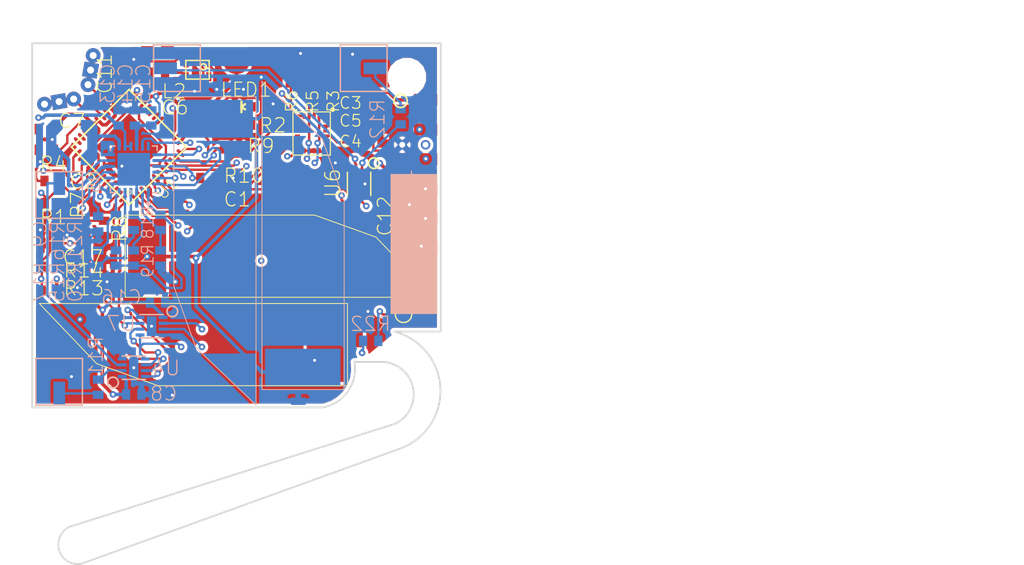
<source format=kicad_pcb>
(kicad_pcb (version 20171130) (host pcbnew "(5.0.0-rc2-92-g9552e0272)")
  (title_block (title PCBSat) (date 2018-06-15) (company "Space Technologies at California") (comment 1 "Kevin Zheng"))
  (layers (0 Top signal) (1 Route2 power) (2 Route3 signal) (31 Bottom signal) (34 B.Paste user) (35 F.Paste user) (36 B.SilkS user) (37 F.SilkS user) (38 B.Mask user) (39 F.Mask user) (44 Edge.Cuts user))
  (net 0 "")
  (net 1 VCC)
  (net 2 GND)
  (net 3 VCCINT)
  (net 4 VCCIO)
  (net 5 VCCA)
  (net 6 "Net-(LED1-PadA)")
  (net 7 "Net-(C5-Pad1)")
  (net 8 "Net-(C4-Pad1)")
  (net 9 "Net-(R6-Pad2)")
  (net 10 /INT2)
  (net 11 /INT1)
  (net 12 "Net-(U2-Pad10)")
  (net 13 /DRDY)
  (net 14 /SDA)
  (net 15 /SCL)
  (net 16 /REG_D1)
  (net 17 /REG_D0)
  (net 18 /DSW)
  (net 19 "Net-(R10-Pad2)")
  (net 20 "Net-(R9-Pad1)")
  (net 21 /PGOOD)
  (net 22 "Net-(U5-Pad18)")
  (net 23 /VBAT)
  (net 24 /REGGOOD)
  (net 25 "Net-(R7-Pad1)")
  (net 26 "Net-(C9-Pad1)")
  (net 27 /SETHYS)
  (net 28 /SETPG)
  (net 29 /TERM)
  (net 30 /SETSD)
  (net 31 /REF)
  (net 32 /VCORE)
  (net 33 "Net-(C6-Pad2)")
  (net 34 "Net-(C6-Pad1)")
  (net 35 /RF_N)
  (net 36 /RF_P)
  (net 37 /EN_3)
  (net 38 "Net-(U1-Pad46)")
  (net 39 /EN_2)
  (net 40 /EN_1)
  (net 41 /TST)
  (net 42 "Net-(U1-Pad38)")
  (net 43 "Net-(U1-Pad36)")
  (net 44 "Net-(U1-Pad35)")
  (net 45 "Net-(R4-Pad1)")
  (net 46 "Net-(U1-Pad26)")
  (net 47 "Net-(U1-Pad23)")
  (net 48 "Net-(U1-Pad21)")
  (net 49 "Net-(U1-Pad20)")
  (net 50 "Net-(U1-Pad19)")
  (net 51 "Net-(U1-Pad18)")
  (net 52 "Net-(U1-Pad16)")
  (net 53 "Net-(R2-Pad1)")
  (net 54 /UART_RX)
  (net 55 /UART_TX)
  (net 56 /PWM2)
  (net 57 /PWM1)
  (net 58 "Net-(R11-Pad1)")
  (net 59 "Net-(L3-Pad2)")
  (net 60 "Net-(L4-Pad2)")
  (net 61 "Net-(R12-Pad1)")
  (net 62 "Net-(R22-Pad2)")
  (net 63 "Net-(R22-Pad1)")
  (net 64 "Net-(L3-Pad1)")
  (net 65 "Net-(L4-Pad1)")
  (net 66 /SWN)
  (net 67 /~RST)
  (net 68 "Net-(U1-Pad47)")
  (net 69 "Net-(U1-Pad17)")
  (module sprite:LPS4018-223M (layer Bottom) (at 125.984 91.948)
    (fp_text reference L1 hide)
    (fp_text value LPS4018-223M hide)
    (pad P$1 smd custom (at -3.5306 -0.0254 180) (size 0.508 0.508) (layers Bottom B.Paste B.Mask) (net 3 VCCINT) (options (clearance outline) (anchor rect)) (primitives (gr_poly (pts (xy -0.9398 1.8542) (xy -0.1778 1.8542) (xy 0.3556 1.3208) (xy 0.3556 -1.397) (xy -0.1524 -1.8796) (xy -0.9398 -1.8796) (xy -0.9398 -1.2192) (xy -0.381 -0.635) (xy -0.381 0.5842) (xy -0.9398 1.1684)) (width 0.15))))
    (pad P$2 smd custom (at 0.0254 0.0254) (size 0.508 0.508) (layers Bottom B.Paste B.Mask) (net 66 /SWN) (options (clearance outline) (anchor rect)) (primitives (gr_poly (pts (xy -0.9398 1.8542) (xy -0.1778 1.8542) (xy 0.3556 1.3208) (xy 0.3556 -1.397) (xy -0.1524 -1.8796) (xy -0.9398 -1.8796) (xy -0.9398 -1.2192) (xy -0.381 -0.635) (xy -0.381 0.5842) (xy -0.9398 1.1684)) (width 0.15))))
  )
  (module sprite:SON50P200X200X75-8N (layer Top) (at 148.844 95.504 270)
    (fp_text reference U6 (at 1.27 1.524 270) (layer F.SilkS) (effects (font (size 1.26444 1.26444) (thickness 0.106479)) (justify left bottom)))
    (fp_text value DRV8837)
    (pad 1 smd roundrect (at -0.985 -0.75 270) (size 0.76 0.27) (layers Top F.Paste F.Mask) (roundrect_rratio 0.125) (net 4 VCCIO))
    (pad 2 smd roundrect (at -0.985 -0.25 270) (size 0.76 0.27) (layers Top F.Paste F.Mask) (roundrect_rratio 0.125) (net 61 "Net-(R12-Pad1)"))
    (pad 3 smd roundrect (at -0.985 0.25 270) (size 0.76 0.27) (layers Top F.Paste F.Mask) (roundrect_rratio 0.125) (net 60 "Net-(L4-Pad2)"))
    (pad 4 smd roundrect (at -0.985 0.75 270) (size 0.76 0.27) (layers Top F.Paste F.Mask) (roundrect_rratio 0.125) (net 2 GND))
    (pad 5 smd roundrect (at 0.985 0.75 270) (size 0.76 0.27) (layers Top F.Paste F.Mask) (roundrect_rratio 0.125) (net 56 /PWM2))
    (pad 6 smd roundrect (at 0.985 0.25 270) (size 0.76 0.27) (layers Top F.Paste F.Mask) (roundrect_rratio 0.125) (net 57 /PWM1))
    (pad 7 smd roundrect (at 0.985 -0.25 270) (size 0.76 0.27) (layers Top F.Paste F.Mask) (roundrect_rratio 0.125) (net 39 /EN_2))
    (pad 8 smd roundrect (at 0.985 -0.75 270) (size 0.76 0.27) (layers Top F.Paste F.Mask) (roundrect_rratio 0.125) (net 1 VCC))
    (pad 9 smd rect (at 0 0 270) (size 0.81 1.7) (layers Top F.Mask) (net 2 GND))
  )
  (module sprite:SON50P200X200X75-8N (layer Bottom) (at 129.54 111.252)
    (fp_text reference U4 (at 4.064 0.762) (layer B.SilkS) (effects (font (size 1.26444 1.26444) (thickness 0.106479)) (justify left bottom mirror)))
    (fp_text value DRV8837)
    (pad 1 smd roundrect (at -0.985 0.75) (size 0.76 0.27) (layers Bottom B.Paste B.Mask) (roundrect_rratio 0.125) (net 4 VCCIO))
    (pad 2 smd roundrect (at -0.985 0.25) (size 0.76 0.27) (layers Bottom B.Paste B.Mask) (roundrect_rratio 0.125) (net 58 "Net-(R11-Pad1)"))
    (pad 3 smd roundrect (at -0.985 -0.25) (size 0.76 0.27) (layers Bottom B.Paste B.Mask) (roundrect_rratio 0.125) (net 64 "Net-(L3-Pad1)"))
    (pad 4 smd roundrect (at -0.985 -0.75) (size 0.76 0.27) (layers Bottom B.Paste B.Mask) (roundrect_rratio 0.125) (net 2 GND))
    (pad 5 smd roundrect (at 0.985 -0.75) (size 0.76 0.27) (layers Bottom B.Paste B.Mask) (roundrect_rratio 0.125) (net 56 /PWM2))
    (pad 6 smd roundrect (at 0.985 -0.25) (size 0.76 0.27) (layers Bottom B.Paste B.Mask) (roundrect_rratio 0.125) (net 57 /PWM1))
    (pad 7 smd roundrect (at 0.985 0.25) (size 0.76 0.27) (layers Bottom B.Paste B.Mask) (roundrect_rratio 0.125) (net 40 /EN_1))
    (pad 8 smd roundrect (at 0.985 0.75) (size 0.76 0.27) (layers Bottom B.Paste B.Mask) (roundrect_rratio 0.125) (net 1 VCC))
    (pad 9 smd rect (at 0 0) (size 0.81 1.7) (layers Bottom B.Mask) (net 2 GND))
  )
  (module sprite:SON50P200X200X75-8N (layer Bottom) (at 131.064 107.696 180)
    (fp_text reference U7 (at 1.27 -0.508 180) (layer B.SilkS) (effects (font (size 1.26444 1.26444) (thickness 0.106479)) (justify left bottom mirror)))
    (fp_text value DRV8837)
    (pad 1 smd roundrect (at -0.985 0.75 180) (size 0.76 0.27) (layers Bottom B.Paste B.Mask) (roundrect_rratio 0.125) (net 4 VCCIO))
    (pad 2 smd roundrect (at -0.985 0.25 180) (size 0.76 0.27) (layers Bottom B.Paste B.Mask) (roundrect_rratio 0.125) (net 63 "Net-(R22-Pad1)"))
    (pad 3 smd roundrect (at -0.985 -0.25 180) (size 0.76 0.27) (layers Bottom B.Paste B.Mask) (roundrect_rratio 0.125) (net 62 "Net-(R22-Pad2)"))
    (pad 4 smd roundrect (at -0.985 -0.75 180) (size 0.76 0.27) (layers Bottom B.Paste B.Mask) (roundrect_rratio 0.125) (net 2 GND))
    (pad 5 smd roundrect (at 0.985 -0.75 180) (size 0.76 0.27) (layers Bottom B.Paste B.Mask) (roundrect_rratio 0.125) (net 56 /PWM2))
    (pad 6 smd roundrect (at 0.985 -0.25 180) (size 0.76 0.27) (layers Bottom B.Paste B.Mask) (roundrect_rratio 0.125) (net 57 /PWM1))
    (pad 7 smd roundrect (at 0.985 0.25 180) (size 0.76 0.27) (layers Bottom B.Paste B.Mask) (roundrect_rratio 0.125) (net 37 /EN_3))
    (pad 8 smd roundrect (at 0.985 0.75 180) (size 0.76 0.27) (layers Bottom B.Paste B.Mask) (roundrect_rratio 0.125) (net 1 VCC))
    (pad 9 smd rect (at 0 0 180) (size 0.81 1.7) (layers Bottom B.Mask) (net 2 GND))
  )
  (module sprite:R0402 (layer Top) (at 135.89 94.996 180)
    (fp_text reference R10 (at -1.27 -0.508 180) (layer F.SilkS) (effects (font (size 1.2065 1.2065) (thickness 0.1016)) (justify left bottom)))
    (fp_text value 750K)
    (pad 2 smd rect (at 0.65 0 180) (size 0.7 0.9) (layers Top F.Paste F.Mask) (net 19 "Net-(R10-Pad2)"))
    (pad 1 smd rect (at -0.65 0 180) (size 0.7 0.9) (layers Top F.Paste F.Mask) (net 2 GND))
  )
  (module sprite:R0402 (layer Top) (at 122.047 92.583 180)
    (fp_text reference R4 (at 0.635 -1.905 180) (layer F.SilkS) (effects (font (size 1.2065 1.2065) (thickness 0.1016)) (justify left bottom)))
    (fp_text value 56K)
    (pad 2 smd rect (at 0.65 0 180) (size 0.7 0.9) (layers Top F.Paste F.Mask) (net 2 GND))
    (pad 1 smd rect (at -0.65 0 180) (size 0.7 0.9) (layers Top F.Paste F.Mask) (net 45 "Net-(R4-Pad1)"))
  )
  (module sprite:0603 (layer Top) (at 131.572 84.201 180)
    (fp_text reference L2 (at -2.54 -2.667) (layer F.SilkS) (effects (font (size 1.2 1.2) (thickness 0.1)) (justify right top)))
    (fp_text value "12 nH" hide)
    (pad 2 smd rect (at 0.85 0 180) (size 1.1 1) (layers Top F.Paste F.Mask) (net 5 VCCA))
    (pad 1 smd rect (at -0.85 0 180) (size 1.1 1) (layers Top F.Paste F.Mask) (net 1 VCC))
  )
  (module sprite:R0402 (layer Bottom) (at 126.492 101.854 90)
    (fp_text reference R17 (at -0.254 -4.318 90) (layer B.SilkS) (effects (font (size 1.2065 1.2065) (thickness 0.1016)) (justify left bottom mirror)))
    (fp_text value R-US_R0402)
    (pad 2 smd rect (at 0.65 0 90) (size 0.7 0.9) (layers Bottom B.Paste B.Mask) (net 27 /SETHYS))
    (pad 1 smd rect (at -0.65 0 90) (size 0.7 0.9) (layers Bottom B.Paste B.Mask) (net 2 GND))
  )
  (module sprite:R0402 (layer Bottom) (at 129.54 101.854 270)
    (fp_text reference R20 (at 0.254 4.318 270) (layer B.SilkS) (effects (font (size 1.2065 1.2065) (thickness 0.1016)) (justify left bottom mirror)))
    (fp_text value 4.42M)
    (pad 2 smd rect (at 0.65 0 270) (size 0.7 0.9) (layers Bottom B.Paste B.Mask) (net 31 /REF))
    (pad 1 smd rect (at -0.65 0 270) (size 0.7 0.9) (layers Bottom B.Paste B.Mask) (net 29 /TERM))
  )
  (module sprite:QFN50P400X400X100-25N (layer Bottom) (at 129.5411 94.252074 90)
    (fp_text reference U5 (at 0.018074 -2.7951 90) (layer B.SilkS) (effects (font (thickness 0.1)) (justify left bottom mirror)))
    (fp_text value ADP5092)
    (pad 24 smd roundrect (at -1.25 1.98 180) (size 0.76 0.26) (layers Bottom B.Paste B.Mask) (roundrect_rratio 0.035) (net 17 /REG_D0))
    (pad 23 smd roundrect (at -0.75 1.98 180) (size 0.76 0.26) (layers Bottom B.Paste B.Mask) (roundrect_rratio 0.035) (net 16 /REG_D1))
    (pad 22 smd roundrect (at -0.25 1.98 180) (size 0.76 0.26) (layers Bottom B.Paste B.Mask) (roundrect_rratio 0.035) (net 18 /DSW))
    (pad 21 smd roundrect (at 0.25 1.98 180) (size 0.76 0.26) (layers Bottom B.Paste B.Mask) (roundrect_rratio 0.035) (net 19 "Net-(R10-Pad2)"))
    (pad 20 smd roundrect (at 0.75 1.98 180) (size 0.76 0.26) (layers Bottom B.Paste B.Mask) (roundrect_rratio 0.035) (net 20 "Net-(R9-Pad1)"))
    (pad 19 smd roundrect (at 1.25 1.98 180) (size 0.76 0.26) (layers Bottom B.Paste B.Mask) (roundrect_rratio 0.035) (net 21 /PGOOD))
    (pad 18 smd roundrect (at 1.98 1.25 270) (size 0.76 0.26) (layers Bottom B.Paste B.Mask) (roundrect_rratio 0.035) (net 22 "Net-(U5-Pad18)"))
    (pad 17 smd roundrect (at 1.98 0.75 270) (size 0.76 0.26) (layers Bottom B.Paste B.Mask) (roundrect_rratio 0.035) (net 23 /VBAT))
    (pad 16 smd roundrect (at 1.98 0.25 270) (size 0.76 0.26) (layers Bottom B.Paste B.Mask) (roundrect_rratio 0.035) (net 1 VCC))
    (pad 15 smd roundrect (at 1.98 -0.25 270) (size 0.76 0.26) (layers Bottom B.Paste B.Mask) (roundrect_rratio 0.035) (net 4 VCCIO))
    (pad 14 smd roundrect (at 1.98 -0.75 270) (size 0.76 0.26) (layers Bottom B.Paste B.Mask) (roundrect_rratio 0.035) (net 4 VCCIO))
    (pad 13 smd roundrect (at 1.98 -1.25 270) (size 0.76 0.26) (layers Bottom B.Paste B.Mask) (roundrect_rratio 0.035) (net 66 /SWN))
    (pad 12 smd roundrect (at 1.25 -1.98) (size 0.76 0.26) (layers Bottom B.Paste B.Mask) (roundrect_rratio 0.035) (net 2 GND))
    (pad 11 smd roundrect (at 0.75 -1.98) (size 0.76 0.26) (layers Bottom B.Paste B.Mask) (roundrect_rratio 0.035) (net 24 /REGGOOD))
    (pad 10 smd roundrect (at 0.25 -1.98) (size 0.76 0.26) (layers Bottom B.Paste B.Mask) (roundrect_rratio 0.035) (net 3 VCCINT))
    (pad 9 smd roundrect (at -0.25 -1.98) (size 0.76 0.26) (layers Bottom B.Paste B.Mask) (roundrect_rratio 0.035) (net 25 "Net-(R7-Pad1)"))
    (pad 8 smd roundrect (at -0.75 -1.98) (size 0.76 0.26) (layers Bottom B.Paste B.Mask) (roundrect_rratio 0.035) (net 26 "Net-(C9-Pad1)"))
    (pad 7 smd roundrect (at -1.25 -1.98) (size 0.76 0.26) (layers Bottom B.Paste B.Mask) (roundrect_rratio 0.035) (net 2 GND))
    (pad 6 smd roundrect (at -1.98 -1.25 90) (size 0.76 0.26) (layers Bottom B.Paste B.Mask) (roundrect_rratio 0.035) (net 27 /SETHYS))
    (pad 5 smd roundrect (at -1.98 -0.75 90) (size 0.76 0.26) (layers Bottom B.Paste B.Mask) (roundrect_rratio 0.035) (net 28 /SETPG))
    (pad 4 smd roundrect (at -1.98 -0.25 90) (size 0.76 0.26) (layers Bottom B.Paste B.Mask) (roundrect_rratio 0.035) (net 29 /TERM))
    (pad 3 smd roundrect (at -1.98 0.25 90) (size 0.76 0.26) (layers Bottom B.Paste B.Mask) (roundrect_rratio 0.035) (net 2 GND))
    (pad 2 smd roundrect (at -1.98 0.75 90) (size 0.76 0.26) (layers Bottom B.Paste B.Mask) (roundrect_rratio 0.035) (net 30 /SETSD))
    (pad 25 smd rect (at 0 0 90) (size 2.8 2.8) (layers Bottom B.Mask) (net 2 GND))
    (pad 1 smd roundrect (at -1.98 1.25 90) (size 0.76 0.26) (layers Bottom B.Paste B.Mask) (roundrect_rratio 0.035) (net 31 /REF))
  )
  (module sprite:C0402 (layer Bottom) (at 131.572 105.664)
    (fp_text reference C16 (at -1.27 0.254) (layer B.SilkS) (effects (font (size 1.2065 1.2065) (thickness 0.1016)) (justify left bottom mirror)))
    (fp_text value 10u)
    (pad 2 smd rect (at 0.65 0) (size 0.7 0.9) (layers Bottom B.Paste B.Mask) (net 2 GND))
    (pad 1 smd rect (at -0.65 0) (size 0.7 0.9) (layers Bottom B.Paste B.Mask) (net 4 VCCIO))
  )
  (module sprite:R0402 (layer Bottom) (at 131.826 101.854 90)
    (fp_text reference R19 (at 1.27 -0.508 90) (layer B.SilkS) (effects (font (thickness 0.1)) (justify left bottom mirror)))
    (fp_text value 4.53M)
    (pad 2 smd rect (at 0.65 0 90) (size 0.7 0.9) (layers Bottom B.Paste B.Mask) (net 30 /SETSD))
    (pad 1 smd rect (at -0.65 0 90) (size 0.7 0.9) (layers Bottom B.Paste B.Mask) (net 2 GND))
  )
  (module sprite:PCBSAT-TORQUECOIL (layer Bottom) (at 141.2411 84.582 180)
    (fp_text reference L4 hide)
    (fp_text value PCBSAT-TORQUECOIL hide)
    (pad 2 smd rect (at 9 -1.016 180) (size 2 1) (layers Bottom B.Paste B.Mask) (net 60 "Net-(L4-Pad2)"))
    (pad 1 smd rect (at -9 -1.016 180) (size 2 1) (layers Bottom B.Paste B.Mask) (net 65 "Net-(L4-Pad1)"))
  )
  (module sprite:PCBSAT-TORQUECOIL (layer Bottom) (at 122.1411 104.452074 270)
    (fp_text reference L3 hide)
    (fp_text value PCBSAT-TORQUECOIL hide)
    (pad 2 smd rect (at 9 -1.016 270) (size 2 1) (layers Bottom B.Paste B.Mask) (net 59 "Net-(L3-Pad2)"))
    (pad 1 smd rect (at -9 -1.016 270) (size 2 1) (layers Bottom B.Paste B.Mask) (net 64 "Net-(L3-Pad1)"))
  )
  (module sprite:UMAC_UMAC (layer Bottom) (at 153.5411 94.652074 90)
    (fp_text reference B1 hide)
    (fp_text value UMAC_UMAC hide)
    (fp_text user + (at 0.6 0.4 90) (layer B.SilkS) (effects (font (size 1.2065 1.2065) (thickness 0.1016)) (justify left bottom mirror)))
    (pad V- thru_hole circle (at 2.5 -1 90) (size 0.8128 0.8128) (drill 0.508) (layers *.Cu *.Mask) (net 2 GND))
    (pad V+ thru_hole circle (at 2.5 1 90) (size 0.8128 0.8128) (drill 0.508) (layers *.Cu *.Mask) (net 23 /VBAT))
  )
  (module sprite:SPRITEPIN_SPRITE_PIN (layer Top) (at 138.3411 84.952074)
    (fp_text reference X1 hide)
    (fp_text value SPRITEPIN_SPRITE_PIN hide)
    (pad PIN connect circle (at 0 0) (size 2.286 2.286) (layers Top F.Mask) (net 1 VCC))
  )
  (module sprite:SPRITEPIN_SPRITE_PIN (layer Top) (at 154.3411 100.952074)
    (fp_text reference X2 hide)
    (fp_text value SPRITEPIN_SPRITE_PIN hide)
    (pad PIN connect circle (at 0 0) (size 2.286 2.286) (layers Top F.Mask) (net 2 GND))
  )
  (module sprite:M20-7910442R (layer Top) (at 154.5411 94.652074 270)
    (fp_text reference J1 hide)
    (fp_text value M20-7910442R hide)
    (pad 6 smd rect (at 6.35 0 270) (size 1.02 2) (layers Top F.Paste F.Mask) (net 2 GND))
    (pad 5 smd rect (at 3.81 0 270) (size 1.02 2) (layers Top F.Paste F.Mask) (net 54 /UART_RX))
    (pad 4 smd rect (at 1.27 0 270) (size 1.02 2) (layers Top F.Paste F.Mask) (net 55 /UART_TX))
    (pad 3 smd rect (at -1.27 0 270) (size 1.02 2) (layers Top F.Paste F.Mask) (net 41 /TST))
    (pad 1 smd rect (at -6.35 0 270) (size 1.02 2) (layers Top F.Paste F.Mask) (net 1 VCC))
    (pad 2 smd rect (at -3.81 0 270) (size 1.02 2) (layers Top F.Paste F.Mask) (net 67 /~RST))
  )
  (module TestPoint:TestPoint_Pad_D1.0mm (layer Top) (at 152.654 106.68)
    (fp_text reference TP2 hide)
    (fp_text value Test_Point)
    (pad 1 smd circle (at 0 0) (size 1 1) (layers Top F.Mask) (net 63 "Net-(R22-Pad1)"))
  )
  (module sprite:C0402 (layer Top) (at 151.13 95.504 270)
    (fp_text reference C12 (at 4.572 -0.635 270) (layer F.SilkS) (effects (font (size 1.2065 1.2065) (thickness 0.1016)) (justify left bottom)))
    (fp_text value 10u)
    (pad 2 smd rect (at 0.65 0 270) (size 0.7 0.9) (layers Top F.Paste F.Mask) (net 2 GND))
    (pad 1 smd rect (at -0.65 0 270) (size 0.7 0.9) (layers Top F.Paste F.Mask) (net 4 VCCIO))
  )
  (module sprite:TRISOLX-STRAIGHT-RS (layer Top) (at 140.716 102.616)
    (fp_text reference D2 hide)
    (fp_text value TRISOLX-WINGSTRAIGHT-RS hide)
    (pad P$2 smd custom (at 11.2395 1.016) (size 1.524 1.524) (layers Top F.Paste F.Mask) (net 3 VCCINT) (options (clearance outline) (anchor circle)) (primitives (gr_poly (pts (xy 3.1115 1.524) (xy -1.0795 1.524) (xy -1.0795 -2.794)) (width 0.15))))
    (pad P$2 smd rect (at -10.033 -0.889 90) (size 6.4516 3.2512) (layers Top F.Paste F.Mask) (net 3 VCCINT))
    (pad P$1 smd rect (at -12.9032 -0.508 90) (size 1.27 0.635) (layers Top F.Paste F.Mask) (net 2 GND))
  )
  (module sprite:TRISOLX-STRAIGHT-RS (layer Bottom) (at 143.129 101.219 90)
    (fp_text reference D4 hide)
    (fp_text value TRISOLX-WINGSTRAIGHT-RS hide)
    (pad P$2 smd custom (at 11.2395 -1.016 90) (size 1.524 1.524) (layers Bottom B.Paste B.Mask) (net 3 VCCINT) (options (clearance outline) (anchor circle)) (primitives (gr_poly (pts (xy 3.1115 -1.524) (xy -1.0795 -1.524) (xy -1.0795 2.794)) (width 0.15))))
    (pad P$2 smd rect (at -10.033 0.889) (size 6.4516 3.2512) (layers Bottom B.Paste B.Mask) (net 3 VCCINT))
    (pad P$1 smd rect (at -12.9032 0.508) (size 1.27 0.635) (layers Bottom B.Paste B.Mask) (net 2 GND))
  )
  (module sprite:TRISOLX-STRAIGHT-RS (layer Bottom) (at 137.414 99.952074 270)
    (fp_text reference D3 hide)
    (fp_text value TRISOLX-WINGSTRAIGHT-RS hide)
    (pad P$2 smd custom (at 11.2395 -1.016 270) (size 1.524 1.524) (layers Bottom B.Paste B.Mask) (net 3 VCCINT) (options (clearance outline) (anchor circle)) (primitives (gr_poly (pts (xy 3.1115 -1.524) (xy -1.0795 -1.524) (xy -1.0795 2.794)) (width 0.15))))
    (pad P$2 smd rect (at -10.033 0.889 180) (size 6.4516 3.2512) (layers Bottom B.Paste B.Mask) (net 3 VCCINT))
    (pad P$1 smd rect (at -12.9032 0.508 180) (size 1.27 0.635) (layers Bottom B.Paste B.Mask) (net 2 GND))
  )
  (module sprite:TRISOLX-STRAIGHT-RS (layer Top) (at 135.9411 108.352074 180)
    (fp_text reference D1 hide)
    (fp_text value TRISOLX-WINGSTRAIGHT-RS hide)
    (pad P$2 smd custom (at 11.2395 1.016 180) (size 1.524 1.524) (layers Top F.Paste F.Mask) (net 3 VCCINT) (options (clearance outline) (anchor circle)) (primitives (gr_poly (pts (xy 3.1115 1.524) (xy -1.0795 1.524) (xy -1.0795 -2.794)) (width 0.15))))
    (pad P$2 smd rect (at -10.033 -0.889 270) (size 6.4516 3.2512) (layers Top F.Paste F.Mask) (net 3 VCCINT))
    (pad P$1 smd rect (at -12.9032 -0.508 270) (size 1.27 0.635) (layers Top F.Paste F.Mask) (net 2 GND))
  )
  (module sprite:R0402 (layer Top) (at 138.938 90.424)
    (fp_text reference R2 (at 1.27 0.762) (layer F.SilkS) (effects (font (size 1.2065 1.2065) (thickness 0.1016)) (justify left bottom)))
    (fp_text value 270R)
    (pad 2 smd rect (at 0.65 0) (size 0.7 0.9) (layers Top F.Paste F.Mask) (net 6 "Net-(LED1-PadA)"))
    (pad 1 smd rect (at -0.65 0) (size 0.7 0.9) (layers Top F.Paste F.Mask) (net 53 "Net-(R2-Pad1)"))
  )
  (module sprite:R0402 (layer Top) (at 122.316 104.648 180)
    (fp_text reference R13 (at -1.128 -0.508 180) (layer F.SilkS) (effects (font (size 1.2065 1.2065) (thickness 0.1016)) (justify left bottom)))
    (fp_text value OPT)
    (pad 2 smd rect (at 0.65 0 180) (size 0.7 0.9) (layers Top F.Paste F.Mask) (net 1 VCC))
    (pad 1 smd rect (at -0.65 0 180) (size 0.7 0.9) (layers Top F.Paste F.Mask) (net 4 VCCIO))
  )
  (module sprite:R0402 (layer Top) (at 124.968 99.314 270)
    (fp_text reference R7 (at -0.762 -0.508 270) (layer F.SilkS) (effects (font (size 1.2065 1.2065) (thickness 0.1016)) (justify left bottom)))
    (fp_text value 130K)
    (pad 2 smd rect (at 0.65 0 270) (size 0.7 0.9) (layers Top F.Paste F.Mask) (net 3 VCCINT))
    (pad 1 smd rect (at -0.65 0 270) (size 0.7 0.9) (layers Top F.Paste F.Mask) (net 25 "Net-(R7-Pad1)"))
  )
  (module sprite:R0402 (layer Bottom) (at 149.8411 108.952074 180)
    (fp_text reference R22 (at -1.7969 0.748074 180) (layer B.SilkS) (effects (font (size 1.2065 1.2065) (thickness 0.1016)) (justify left bottom mirror)))
    (fp_text value 15R)
    (pad 2 smd rect (at 0.65 0 180) (size 0.7 0.9) (layers Bottom B.Paste B.Mask) (net 62 "Net-(R22-Pad2)"))
    (pad 1 smd rect (at -0.65 0 180) (size 0.7 0.9) (layers Bottom B.Paste B.Mask) (net 63 "Net-(R22-Pad1)"))
  )
  (module sprite:R0402 (layer Bottom) (at 129.54 98.806 90)
    (fp_text reference R21 (at 0.254 -4.318 90) (layer B.SilkS) (effects (font (size 1.2065 1.2065) (thickness 0.1016)) (justify left bottom mirror)))
    (fp_text value 5.6M)
    (pad 2 smd rect (at 0.65 0 90) (size 0.7 0.9) (layers Bottom B.Paste B.Mask) (net 29 /TERM))
    (pad 1 smd rect (at -0.65 0 90) (size 0.7 0.9) (layers Bottom B.Paste B.Mask) (net 2 GND))
  )
  (module sprite:R0402 (layer Top) (at 122.57 97.155 180)
    (fp_text reference R1 (at 1.158 -1.905 180) (layer F.SilkS) (effects (font (size 1.2065 1.2065) (thickness 0.1016)) (justify left bottom)))
    (fp_text value 47K)
    (pad 2 smd rect (at 0.65 0 180) (size 0.7 0.9) (layers Top F.Paste F.Mask) (net 67 /~RST))
    (pad 1 smd rect (at -0.65 0 180) (size 0.7 0.9) (layers Top F.Paste F.Mask) (net 1 VCC))
  )
  (module sprite:R0402 (layer Bottom) (at 131.826 98.806 90)
    (fp_text reference R18 (at 1.524 -0.508 90) (layer B.SilkS) (effects (font (thickness 0.1)) (justify left bottom mirror)))
    (fp_text value 5.49M)
    (pad 2 smd rect (at 0.65 0 90) (size 0.7 0.9) (layers Bottom B.Paste B.Mask) (net 31 /REF))
    (pad 1 smd rect (at -0.65 0 90) (size 0.7 0.9) (layers Bottom B.Paste B.Mask) (net 30 /SETSD))
  )
  (module sprite:R0402 (layer Top) (at 146.558 86.252074 270)
    (fp_text reference R3 (at 1.123926 0.508 270) (layer F.SilkS) (effects (font (thickness 0.1)) (justify right top)))
    (fp_text value 10K)
    (pad 2 smd rect (at 0.65 0 270) (size 0.7 0.9) (layers Top F.Paste F.Mask) (net 15 /SCL))
    (pad 1 smd rect (at -0.65 0 270) (size 0.7 0.9) (layers Top F.Paste F.Mask) (net 1 VCC))
  )
  (module sprite:R0402 (layer Top) (at 144.78 86.252074 270)
    (fp_text reference R5 (at 1.123926 0.508 270) (layer F.SilkS) (effects (font (thickness 0.1)) (justify right top)))
    (fp_text value 10K)
    (pad 2 smd rect (at 0.65 0 270) (size 0.7 0.9) (layers Top F.Paste F.Mask) (net 14 /SDA))
    (pad 1 smd rect (at -0.65 0 270) (size 0.7 0.9) (layers Top F.Paste F.Mask) (net 1 VCC))
  )
  (module sprite:R0402 (layer Top) (at 143.002 86.252074 270)
    (fp_text reference R6 (at 1.123926 0.508 270) (layer F.SilkS) (effects (font (thickness 0.1)) (justify right top)))
    (fp_text value 10K)
    (pad 2 smd rect (at 0.65 0 270) (size 0.7 0.9) (layers Top F.Paste F.Mask) (net 9 "Net-(R6-Pad2)"))
    (pad 1 smd rect (at -0.65 0 270) (size 0.7 0.9) (layers Top F.Paste F.Mask) (net 1 VCC))
  )
  (module sprite:R0402 (layer Top) (at 127 99.314 90)
    (fp_text reference R8 (at -1.27 2.032 90) (layer F.SilkS) (effects (font (size 1.2065 1.2065) (thickness 0.1016)) (justify left bottom)))
    (fp_text value 910K)
    (pad 2 smd rect (at 0.65 0 90) (size 0.7 0.9) (layers Top F.Paste F.Mask) (net 25 "Net-(R7-Pad1)"))
    (pad 1 smd rect (at -0.65 0 90) (size 0.7 0.9) (layers Top F.Paste F.Mask) (net 2 GND))
  )
  (module sprite:R0402 (layer Top) (at 137.922 92.456)
    (fp_text reference R9 (at 1.27 0.508) (layer F.SilkS) (effects (font (size 1.2065 1.2065) (thickness 0.1016)) (justify left bottom)))
    (fp_text value 7K)
    (pad 2 smd rect (at 0.65 0) (size 0.7 0.9) (layers Top F.Paste F.Mask) (net 2 GND))
    (pad 1 smd rect (at -0.65 0) (size 0.7 0.9) (layers Top F.Paste F.Mask) (net 20 "Net-(R9-Pad1)"))
  )
  (module sprite:R0402 (layer Bottom) (at 126.492 112.918 270)
    (fp_text reference R11 (at -4.46 -0.508 270) (layer B.SilkS) (effects (font (size 1.2065 1.2065) (thickness 0.1016)) (justify left bottom mirror)))
    (fp_text value 15R)
    (pad 2 smd rect (at 0.65 0 270) (size 0.7 0.9) (layers Bottom B.Paste B.Mask) (net 59 "Net-(L3-Pad2)"))
    (pad 1 smd rect (at -0.65 0 270) (size 0.7 0.9) (layers Bottom B.Paste B.Mask) (net 58 "Net-(R11-Pad1)"))
  )
  (module sprite:R0402 (layer Bottom) (at 152.4 89.752074 90)
    (fp_text reference R12 (at 1.614074 -1.27 90) (layer B.SilkS) (effects (font (size 1.2065 1.2065) (thickness 0.1016)) (justify left bottom mirror)))
    (fp_text value 15R)
    (pad 2 smd rect (at 0.65 0 90) (size 0.7 0.9) (layers Bottom B.Paste B.Mask) (net 65 "Net-(L4-Pad1)"))
    (pad 1 smd rect (at -0.65 0 90) (size 0.7 0.9) (layers Bottom B.Paste B.Mask) (net 61 "Net-(R12-Pad1)"))
  )
  (module sprite:R0402 (layer Bottom) (at 128.016 98.806 270)
    (fp_text reference R16 (at -0.254 4.318 270) (layer B.SilkS) (effects (font (size 1.2065 1.2065) (thickness 0.1016)) (justify left bottom mirror)))
    (fp_text value R-US_R0402)
    (pad 2 smd rect (at 0.65 0 270) (size 0.7 0.9) (layers Bottom B.Paste B.Mask) (net 28 /SETPG))
    (pad 1 smd rect (at -0.65 0 270) (size 0.7 0.9) (layers Bottom B.Paste B.Mask) (net 27 /SETHYS))
  )
  (module sprite:R0402 (layer Top) (at 122.316 102.616)
    (fp_text reference R14 (at 1.128 1.016) (layer F.SilkS) (effects (font (size 1.2065 1.2065) (thickness 0.1016)) (justify left bottom)))
    (fp_text value OPT)
    (pad 2 smd rect (at 0.65 0) (size 0.7 0.9) (layers Top F.Paste F.Mask) (net 3 VCCINT))
    (pad 1 smd rect (at -0.65 0) (size 0.7 0.9) (layers Top F.Paste F.Mask) (net 1 VCC))
  )
  (module sprite:R0402 (layer Bottom) (at 128.016 101.854 270)
    (fp_text reference R15 (at 0.254 4.318 270) (layer B.SilkS) (effects (font (size 1.2065 1.2065) (thickness 0.1016)) (justify left bottom mirror)))
    (fp_text value R-US_R0402)
    (pad 2 smd rect (at 0.65 0 270) (size 0.7 0.9) (layers Bottom B.Paste B.Mask) (net 31 /REF))
    (pad 1 smd rect (at -0.65 0 270) (size 0.7 0.9) (layers Bottom B.Paste B.Mask) (net 28 /SETPG))
  )
  (module sprite:C0402 (layer Top) (at 150.114 91.948)
    (fp_text reference C4 (at -3.048 0.508) (layer F.SilkS) (effects (font (thickness 0.1)) (justify left bottom)))
    (fp_text value 10n)
    (pad 2 smd rect (at 0.65 0) (size 0.7 0.9) (layers Top F.Paste F.Mask) (net 2 GND))
    (pad 1 smd rect (at -0.65 0) (size 0.7 0.9) (layers Top F.Paste F.Mask) (net 8 "Net-(C4-Pad1)"))
  )
  (module sprite:C0402 (layer Top) (at 150.114 88.392)
    (fp_text reference C3 (at -3.048 0.762) (layer F.SilkS) (effects (font (thickness 0.1)) (justify left bottom)))
    (fp_text value 0.1u)
    (pad 2 smd rect (at 0.65 0) (size 0.7 0.9) (layers Top F.Paste F.Mask) (net 2 GND))
    (pad 1 smd rect (at -0.65 0) (size 0.7 0.9) (layers Top F.Paste F.Mask) (net 1 VCC))
  )
  (module sprite:C0402 (layer Top) (at 122.047 90.805 180)
    (fp_text reference C7 (at -3.429 1.397 180) (layer F.SilkS) (effects (font (size 1.2065 1.2065) (thickness 0.1016)) (justify right top)))
    (fp_text value 470n)
    (pad 2 smd rect (at 0.65 0 180) (size 0.7 0.9) (layers Top F.Paste F.Mask) (net 2 GND))
    (pad 1 smd rect (at -0.65 0 180) (size 0.7 0.9) (layers Top F.Paste F.Mask) (net 5 VCCA))
  )
  (module sprite:C0402 (layer Bottom) (at 129.6411 89.852074 90)
    (fp_text reference C14 (at 4.762074 -0.1011 90) (layer B.SilkS) (effects (font (size 1.2065 1.2065) (thickness 0.1016)) (justify left bottom mirror)))
    (fp_text value 4.7u)
    (pad 2 smd rect (at 0.65 0 90) (size 0.7 0.9) (layers Bottom B.Paste B.Mask) (net 2 GND))
    (pad 1 smd rect (at -0.65 0 90) (size 0.7 0.9) (layers Bottom B.Paste B.Mask) (net 1 VCC))
  )
  (module sprite:C0402 (layer Bottom) (at 131.0411 89.852074 90)
    (fp_text reference C15 (at 4.762074 0.0229 90) (layer B.SilkS) (effects (font (size 1.2065 1.2065) (thickness 0.1016)) (justify left bottom mirror)))
    (fp_text value 0.1u)
    (pad 2 smd rect (at 0.65 0 90) (size 0.7 0.9) (layers Bottom B.Paste B.Mask) (net 2 GND))
    (pad 1 smd rect (at -0.65 0 90) (size 0.7 0.9) (layers Bottom B.Paste B.Mask) (net 1 VCC))
  )
  (module sprite:C0402 (layer Top) (at 122.316 100.584 180)
    (fp_text reference C17 (at -4.684 -0.508 180) (layer F.SilkS) (effects (font (size 1.2065 1.2065) (thickness 0.1016)) (justify right top)))
    (fp_text value 10u)
    (pad 2 smd rect (at 0.65 0 180) (size 0.7 0.9) (layers Top F.Paste F.Mask) (net 2 GND))
    (pad 1 smd rect (at -0.65 0 180) (size 0.7 0.9) (layers Top F.Paste F.Mask) (net 3 VCCINT))
  )
  (module sprite:C0402 (layer Top) (at 131.572 85.979)
    (fp_text reference C6 (at 0.254 3.683) (layer F.SilkS) (effects (font (size 1.2065 1.2065) (thickness 0.1016)) (justify left bottom)))
    (fp_text value 10n)
    (pad 2 smd rect (at 0.65 0) (size 0.7 0.9) (layers Top F.Paste F.Mask) (net 33 "Net-(C6-Pad2)"))
    (pad 1 smd rect (at -0.65 0) (size 0.7 0.9) (layers Top F.Paste F.Mask) (net 34 "Net-(C6-Pad1)"))
  )
  (module sprite:C0402 (layer Top) (at 122.54 95.25)
    (fp_text reference C2 (at 1.412 0.762) (layer F.SilkS) (effects (font (size 1.2065 1.2065) (thickness 0.1016)) (justify left bottom)))
    (fp_text value 2.2n)
    (pad 2 smd rect (at 0.65 0) (size 0.7 0.9) (layers Top F.Paste F.Mask) (net 67 /~RST))
    (pad 1 smd rect (at -0.65 0) (size 0.7 0.9) (layers Top F.Paste F.Mask) (net 2 GND))
  )
  (module sprite:C0402 (layer Bottom) (at 128.2411 89.852074 90)
    (fp_text reference C13 (at 4.762074 -0.2251 90) (layer B.SilkS) (effects (font (size 1.2065 1.2065) (thickness 0.1016)) (justify left bottom mirror)))
    (fp_text value 4.7u)
    (pad 2 smd rect (at 0.65 0 90) (size 0.7 0.9) (layers Bottom B.Paste B.Mask) (net 2 GND))
    (pad 1 smd rect (at -0.65 0 90) (size 0.7 0.9) (layers Bottom B.Paste B.Mask) (net 4 VCCIO))
  )
  (module sprite:C0402 (layer Top) (at 135.89 96.52)
    (fp_text reference C1 (at 1.27 1.016) (layer F.SilkS) (effects (font (size 1.2065 1.2065) (thickness 0.1016)) (justify left bottom)))
    (fp_text value 470n)
    (pad 2 smd rect (at 0.65 0) (size 0.7 0.9) (layers Top F.Paste F.Mask) (net 2 GND))
    (pad 1 smd rect (at -0.65 0) (size 0.7 0.9) (layers Top F.Paste F.Mask) (net 32 /VCORE))
  )
  (module sprite:C0402 (layer Top) (at 128.524 85.09 90)
    (fp_text reference C11 (at -2.794 -0.762 90) (layer F.SilkS) (effects (font (size 1.2065 1.2065) (thickness 0.1016)) (justify left bottom)))
    (fp_text value 10n)
    (pad 2 smd rect (at 0.65 0 90) (size 0.7 0.9) (layers Top F.Paste F.Mask) (net 2 GND))
    (pad 1 smd rect (at -0.65 0 90) (size 0.7 0.9) (layers Top F.Paste F.Mask) (net 5 VCCA))
  )
  (module sprite:C0402 (layer Bottom) (at 126.492 98.918 270)
    (fp_text reference C9 (at -0.366 4.318 270) (layer B.SilkS) (effects (font (size 1.2065 1.2065) (thickness 0.1016)) (justify left bottom mirror)))
    (fp_text value 10n)
    (pad 2 smd rect (at 0.65 0 270) (size 0.7 0.9) (layers Bottom B.Paste B.Mask) (net 2 GND))
    (pad 1 smd rect (at -0.65 0 270) (size 0.7 0.9) (layers Bottom B.Paste B.Mask) (net 26 "Net-(C9-Pad1)"))
  )
  (module sprite:C0402 (layer Top) (at 150.114 90.17)
    (fp_text reference C5 (at -3.048 0.508) (layer F.SilkS) (effects (font (thickness 0.1)) (justify left bottom)))
    (fp_text value 0.1u)
    (pad 2 smd rect (at 0.65 0) (size 0.7 0.9) (layers Top F.Paste F.Mask) (net 2 GND))
    (pad 1 smd rect (at -0.65 0) (size 0.7 0.9) (layers Top F.Paste F.Mask) (net 7 "Net-(C5-Pad1)"))
  )
  (module sprite:C0402 (layer Bottom) (at 129.54 113.538)
    (fp_text reference C8 (at 3.81 0.635) (layer B.SilkS) (effects (font (size 1.2065 1.2065) (thickness 0.1016)) (justify left bottom mirror)))
    (fp_text value 10u)
    (pad 2 smd rect (at 0.65 0) (size 0.7 0.9) (layers Bottom B.Paste B.Mask) (net 2 GND))
    (pad 1 smd rect (at -0.65 0) (size 0.7 0.9) (layers Bottom B.Paste B.Mask) (net 4 VCCIO))
  )
  (module sprite:LED-0603 (layer Top) (at 138.938 88.9 90)
    (fp_text reference LED1 (at 0.762 -2.032 180) (layer F.SilkS) (effects (font (size 1.2 1.2) (thickness 0.1)) (justify left bottom)))
    (fp_text value LED0603)
    (pad A smd rect (at 0 0.75 90) (size 0.8 0.8) (layers Top F.Paste F.Mask) (net 6 "Net-(LED1-PadA)"))
    (pad C smd rect (at 0 -0.75 90) (size 0.8 0.8) (layers Top F.Paste F.Mask) (net 2 GND))
  )
  (module sprite:LGA24-8X4 (layer Top) (at 144.78 91.186 270)
    (fp_text reference U2 hide)
    (fp_text value LSM9DS1 hide)
    (pad 24 smd rect (at -1.075 -1.225) (size 0.45 0.27) (layers Top F.Paste F.Mask) (net 7 "Net-(C5-Pad1)"))
    (pad 23 smd rect (at -0.645 -1.225) (size 0.45 0.27) (layers Top F.Paste F.Mask) (net 1 VCC))
    (pad 22 smd rect (at -0.215 -1.225) (size 0.45 0.27) (layers Top F.Paste F.Mask) (net 1 VCC))
    (pad 21 smd rect (at 0.215 -1.225) (size 0.45 0.27) (layers Top F.Paste F.Mask) (net 8 "Net-(C4-Pad1)"))
    (pad 20 smd rect (at 0.645 -1.225) (size 0.45 0.27) (layers Top F.Paste F.Mask) (net 2 GND))
    (pad 19 smd rect (at 1.075 -1.225) (size 0.45 0.27) (layers Top F.Paste F.Mask) (net 2 GND))
    (pad 18 smd rect (at 1.505 -1.225) (size 0.45 0.27) (layers Top F.Paste F.Mask) (net 2 GND))
    (pad 17 smd rect (at 1.475 -0.645 270) (size 0.45 0.27) (layers Top F.Paste F.Mask) (net 2 GND))
    (pad 16 smd rect (at 1.475 -0.215 270) (size 0.45 0.27) (layers Top F.Paste F.Mask) (net 2 GND))
    (pad 15 smd rect (at 1.475 0.215 270) (size 0.45 0.27) (layers Top F.Paste F.Mask) (net 2 GND))
    (pad 14 smd rect (at 1.475 0.645 270) (size 0.45 0.27) (layers Top F.Paste F.Mask) (net 2 GND))
    (pad 13 smd rect (at 1.505 1.225 180) (size 0.45 0.27) (layers Top F.Paste F.Mask) (net 9 "Net-(R6-Pad2)"))
    (pad 12 smd rect (at 1.075 1.225 180) (size 0.45 0.27) (layers Top F.Paste F.Mask) (net 10 /INT2))
    (pad 11 smd rect (at 0.645 1.225 180) (size 0.45 0.27) (layers Top F.Paste F.Mask) (net 11 /INT1))
    (pad 10 smd rect (at 0.215 1.225 180) (size 0.45 0.27) (layers Top F.Paste F.Mask) (net 12 "Net-(U2-Pad10)"))
    (pad 9 smd rect (at -0.215 1.225 180) (size 0.45 0.27) (layers Top F.Paste F.Mask) (net 13 /DRDY))
    (pad 8 smd rect (at -0.645 1.225 180) (size 0.45 0.27) (layers Top F.Paste F.Mask) (net 9 "Net-(R6-Pad2)"))
    (pad 7 smd rect (at -1.075 1.225 180) (size 0.45 0.27) (layers Top F.Paste F.Mask) (net 9 "Net-(R6-Pad2)"))
    (pad 6 smd rect (at -1.505 1.225 180) (size 0.45 0.27) (layers Top F.Paste F.Mask) (net 9 "Net-(R6-Pad2)"))
    (pad 5 smd rect (at -1.475 0.645 90) (size 0.45 0.27) (layers Top F.Paste F.Mask) (net 9 "Net-(R6-Pad2)"))
    (pad 4 smd rect (at -1.475 0.215 90) (size 0.45 0.27) (layers Top F.Paste F.Mask) (net 14 /SDA))
    (pad 3 smd rect (at -1.475 -0.215 90) (size 0.45 0.27) (layers Top F.Paste F.Mask) (net 1 VCC))
    (pad 2 smd rect (at -1.475 -0.645 90) (size 0.45 0.27) (layers Top F.Paste F.Mask) (net 15 /SCL))
    (pad 1 smd rect (at -1.505 -1.225) (size 0.45 0.27) (layers Top F.Paste F.Mask) (net 1 VCC))
  )
  (module sprite:SPRITEANTENNA_ANTENNA (layer Top) (at 123.1411 88.452074 10)
    (fp_text reference A1 hide)
    (fp_text value SPRITEANTENNA_ANTENNA hide)
    (pad IN3 thru_hole circle (at -1.27 0 10) (size 1.27 1.27) (drill 0.6) (layers *.Cu *.Mask) (net 35 /RF_N))
    (pad IN2 thru_hole circle (at 1.27 0 190) (size 1.27 1.27) (drill 0.6) (layers *.Cu *.Mask) (net 35 /RF_N))
    (pad IN1 thru_hole rect (at 0 0 190) (size 1.27 1.27) (drill 0.6) (layers *.Cu *.Mask) (net 35 /RF_N))
  )
  (module sprite:SPRITEANTENNA_ANTENNA (layer Top) (at 125.8411 85.752074 80)
    (fp_text reference A2 hide)
    (fp_text value SPRITEANTENNA_ANTENNA hide)
    (pad IN3 thru_hole circle (at -1.27 0 80) (size 1.27 1.27) (drill 0.6) (layers *.Cu *.Mask) (net 36 /RF_P))
    (pad IN2 thru_hole circle (at 1.27 0 260) (size 1.27 1.27) (drill 0.6) (layers *.Cu *.Mask) (net 36 /RF_P))
    (pad IN1 thru_hole rect (at 0 0 260) (size 1.27 1.27) (drill 0.6) (layers *.Cu *.Mask) (net 36 /RF_P))
  )
  (module sprite:SPRITETCXO_TXC_7Z (layer Top) (at 135.001 85.725 180)
    (fp_text reference U3 hide)
    (fp_text value SPRITETCXO_TCXO_7Z hide)
    (pad VCC smd rect (at -0.97 -0.595 180) (size 0.44 0.79) (layers Top F.Paste F.Mask) (net 5 VCCA))
    (pad OUT smd rect (at 0.97 -0.595 180) (size 0.44 0.79) (layers Top F.Paste F.Mask) (net 33 "Net-(C6-Pad2)"))
    (pad GND2 smd rect (at 0.97 0.595 180) (size 0.44 0.79) (layers Top F.Paste F.Mask) (net 2 GND))
    (pad GND1 smd rect (at -0.97 0.595 180) (size 0.44 0.79) (layers Top F.Paste F.Mask) (net 2 GND))
  )
  (module sprite:TI_MSP430_V16_RGZ48 (layer Top) (at 129.1411 92.352074 135)
    (fp_text reference U1 (at -5.384495 -1.228263 225) (layer F.SilkS) (effects (font (size 0.9652 0.9652) (thickness 0.08128)) (justify left bottom)))
    (fp_text value CC430F513X)
    (pad 48 smd roundrect (at -2.75 -3.48 135) (size 0.28 0.85) (layers Top F.Paste F.Mask) (roundrect_rratio 0.5) (net 37 /EN_3))
    (pad 47 smd roundrect (at -2.25 -3.48 135) (size 0.28 0.85) (layers Top F.Paste F.Mask) (roundrect_rratio 0.5) (net 68 "Net-(U1-Pad47)"))
    (pad 46 smd roundrect (at -1.749999 -3.48 135) (size 0.28 0.85) (layers Top F.Paste F.Mask) (roundrect_rratio 0.5) (net 38 "Net-(U1-Pad46)"))
    (pad 45 smd roundrect (at -1.25 -3.48 135) (size 0.28 0.85) (layers Top F.Paste F.Mask) (roundrect_rratio 0.5) (net 1 VCC))
    (pad 44 smd roundrect (at -0.75 -3.480001 135) (size 0.28 0.85) (layers Top F.Paste F.Mask) (roundrect_rratio 0.5) (net 39 /EN_2))
    (pad 43 smd roundrect (at -0.25 -3.48 135) (size 0.28 0.85) (layers Top F.Paste F.Mask) (roundrect_rratio 0.5) (net 40 /EN_1))
    (pad 42 smd roundrect (at 0.25 -3.48 135) (size 0.28 0.85) (layers Top F.Paste F.Mask) (roundrect_rratio 0.5) (net 2 GND))
    (pad 41 smd roundrect (at 0.75 -3.480001 135) (size 0.28 0.85) (layers Top F.Paste F.Mask) (roundrect_rratio 0.5) (net 1 VCC))
    (pad 40 smd roundrect (at 1.25 -3.48 135) (size 0.28 0.85) (layers Top F.Paste F.Mask) (roundrect_rratio 0.5) (net 67 /~RST))
    (pad 39 smd roundrect (at 1.749999 -3.48 135) (size 0.28 0.85) (layers Top F.Paste F.Mask) (roundrect_rratio 0.5) (net 41 /TST))
    (pad 38 smd roundrect (at 2.25 -3.48 135) (size 0.28 0.85) (layers Top F.Paste F.Mask) (roundrect_rratio 0.5) (net 42 "Net-(U1-Pad38)"))
    (pad 37 smd roundrect (at 2.75 -3.48 135) (size 0.28 0.85) (layers Top F.Paste F.Mask) (roundrect_rratio 0.5) (net 24 /REGGOOD))
    (pad 36 smd roundrect (at 3.48 -2.75 45) (size 0.28 0.85) (layers Top F.Paste F.Mask) (roundrect_rratio 0.5) (net 43 "Net-(U1-Pad36)"))
    (pad 35 smd roundrect (at 3.48 -2.25 45) (size 0.28 0.85) (layers Top F.Paste F.Mask) (roundrect_rratio 0.5) (net 44 "Net-(U1-Pad35)"))
    (pad 34 smd roundrect (at 3.48 -1.749999 45) (size 0.28 0.85) (layers Top F.Paste F.Mask) (roundrect_rratio 0.5) (net 5 VCCA))
    (pad 33 smd roundrect (at 3.48 -1.25 45) (size 0.28 0.85) (layers Top F.Paste F.Mask) (roundrect_rratio 0.5) (net 45 "Net-(R4-Pad1)"))
    (pad 32 smd roundrect (at 3.480001 -0.75 45) (size 0.28 0.85) (layers Top F.Paste F.Mask) (roundrect_rratio 0.5) (net 5 VCCA))
    (pad 31 smd roundrect (at 3.48 -0.25 45) (size 0.28 0.85) (layers Top F.Paste F.Mask) (roundrect_rratio 0.5) (net 5 VCCA))
    (pad 30 smd roundrect (at 3.48 0.25 45) (size 0.28 0.85) (layers Top F.Paste F.Mask) (roundrect_rratio 0.5) (net 35 /RF_N))
    (pad 29 smd roundrect (at 3.480001 0.75 45) (size 0.28 0.85) (layers Top F.Paste F.Mask) (roundrect_rratio 0.5) (net 36 /RF_P))
    (pad 28 smd roundrect (at 3.48 1.25 45) (size 0.28 0.85) (layers Top F.Paste F.Mask) (roundrect_rratio 0.5) (net 5 VCCA))
    (pad 27 smd roundrect (at 3.48 1.749999 45) (size 0.28 0.85) (layers Top F.Paste F.Mask) (roundrect_rratio 0.5) (net 5 VCCA))
    (pad 26 smd roundrect (at 3.48 2.25 45) (size 0.28 0.85) (layers Top F.Paste F.Mask) (roundrect_rratio 0.5) (net 46 "Net-(U1-Pad26)"))
    (pad TP smd rect (at 0 0 135) (size 4.1 4.1) (layers Top F.Paste F.Mask) (net 2 GND))
    (pad 13 smd roundrect (at -2.75 3.48 315) (size 0.28 0.85) (layers Top F.Paste F.Mask) (roundrect_rratio 0.5) (net 17 /REG_D0))
    (pad 1 smd roundrect (at -3.48 -2.75 225) (size 0.28 0.85) (layers Top F.Paste F.Mask) (roundrect_rratio 0.5) (net 57 /PWM1))
    (pad 2 smd roundrect (at -3.48 -2.25 225) (size 0.28 0.85) (layers Top F.Paste F.Mask) (roundrect_rratio 0.5) (net 56 /PWM2))
    (pad 3 smd roundrect (at -3.48 -1.749999 225) (size 0.28 0.85) (layers Top F.Paste F.Mask) (roundrect_rratio 0.5) (net 10 /INT2))
    (pad 4 smd roundrect (at -3.48 -1.25 225) (size 0.28 0.85) (layers Top F.Paste F.Mask) (roundrect_rratio 0.5) (net 11 /INT1))
    (pad 5 smd roundrect (at -3.480001 -0.75 225) (size 0.28 0.85) (layers Top F.Paste F.Mask) (roundrect_rratio 0.5) (net 55 /UART_TX))
    (pad 6 smd roundrect (at -3.48 -0.25 225) (size 0.28 0.85) (layers Top F.Paste F.Mask) (roundrect_rratio 0.5) (net 54 /UART_RX))
    (pad 7 smd roundrect (at -3.48 0.25 225) (size 0.28 0.85) (layers Top F.Paste F.Mask) (roundrect_rratio 0.5) (net 32 /VCORE))
    (pad 8 smd roundrect (at -3.480001 0.75 225) (size 0.28 0.85) (layers Top F.Paste F.Mask) (roundrect_rratio 0.5) (net 1 VCC))
    (pad 9 smd roundrect (at -3.48 1.25 225) (size 0.28 0.85) (layers Top F.Paste F.Mask) (roundrect_rratio 0.5) (net 15 /SCL))
    (pad 10 smd roundrect (at -3.48 1.749999 225) (size 0.28 0.85) (layers Top F.Paste F.Mask) (roundrect_rratio 0.5) (net 14 /SDA))
    (pad 11 smd roundrect (at -3.48 2.25 225) (size 0.28 0.85) (layers Top F.Paste F.Mask) (roundrect_rratio 0.5) (net 13 /DRDY))
    (pad 12 smd roundrect (at -3.48 2.75 225) (size 0.28 0.85) (layers Top F.Paste F.Mask) (roundrect_rratio 0.5) (net 21 /PGOOD))
    (pad 14 smd roundrect (at -2.25 3.48 315) (size 0.28 0.85) (layers Top F.Paste F.Mask) (roundrect_rratio 0.5) (net 53 "Net-(R2-Pad1)"))
    (pad 15 smd roundrect (at -1.749999 3.48 315) (size 0.28 0.85) (layers Top F.Paste F.Mask) (roundrect_rratio 0.5) (net 16 /REG_D1))
    (pad 16 smd roundrect (at -1.25 3.48 315) (size 0.28 0.85) (layers Top F.Paste F.Mask) (roundrect_rratio 0.5) (net 52 "Net-(U1-Pad16)"))
    (pad 17 smd roundrect (at -0.75 3.480001 315) (size 0.28 0.85) (layers Top F.Paste F.Mask) (roundrect_rratio 0.5) (net 69 "Net-(U1-Pad17)"))
    (pad 18 smd roundrect (at -0.25 3.48 315) (size 0.28 0.85) (layers Top F.Paste F.Mask) (roundrect_rratio 0.5) (net 51 "Net-(U1-Pad18)"))
    (pad 19 smd roundrect (at 0.25 3.48 315) (size 0.28 0.85) (layers Top F.Paste F.Mask) (roundrect_rratio 0.5) (net 50 "Net-(U1-Pad19)"))
    (pad 20 smd roundrect (at 0.75 3.480001 315) (size 0.28 0.85) (layers Top F.Paste F.Mask) (roundrect_rratio 0.5) (net 49 "Net-(U1-Pad20)"))
    (pad 21 smd roundrect (at 1.25 3.48 315) (size 0.28 0.85) (layers Top F.Paste F.Mask) (roundrect_rratio 0.5) (net 48 "Net-(U1-Pad21)"))
    (pad 22 smd roundrect (at 1.749999 3.48 315) (size 0.28 0.85) (layers Top F.Paste F.Mask) (roundrect_rratio 0.5) (net 1 VCC))
    (pad 23 smd roundrect (at 2.25 3.48 315) (size 0.28 0.85) (layers Top F.Paste F.Mask) (roundrect_rratio 0.5) (net 47 "Net-(U1-Pad23)"))
    (pad 24 smd roundrect (at 2.75 3.48 315) (size 0.28 0.85) (layers Top F.Paste F.Mask) (roundrect_rratio 0.5) (net 18 /DSW))
    (pad 25 smd roundrect (at 3.48 2.75 45) (size 0.28 0.85) (layers Top F.Paste F.Mask) (roundrect_rratio 0.5) (net 34 "Net-(C6-Pad1)"))
  )
  (module "" (layer Top) (at 152.9411 86.352074)
    (fp_text reference MK1 hide)
    (fp_text value Mounting_Hole hide)
    (pad "" np_thru_hole circle (at 0 0) (size 2.8 2.8) (drill 2.8) (layers *.Cu *.Mask))
  )
  (gr_circle (center 152.4 88.392) (end 152.908 88.646) (layer F.SilkS) (width 0.15))
  (gr_line (start 151.8411 108.152074) (end 155.8411 108.152074) (layer Edge.Cuts) (width 0.15))
  (gr_line (start 120.8411 114.652074) (end 145.7411 114.652074) (layer Edge.Cuts) (width 0.15))
  (gr_arc (start 145.1411 111.352074) (end 145.7411 114.652074) (angle -90) (layer Edge.Cuts) (width 0.15))
  (gr_line (start 148.4411 110.752074) (end 150.9411 110.752074) (layer Edge.Cuts) (width 0.15))
  (gr_arc (start 150.731034 113.536049) (end 150.9411 110.752074) (angle 150) (layer Edge.Cuts) (width 0.15))
  (gr_line (start 151.9411 116.052074) (end 124.4411 124.752074) (layer Edge.Cuts) (width 0.15))
  (gr_arc (start 124.7411 126.402074) (end 124.4411 124.752074) (angle -180) (layer Edge.Cuts) (width 0.15))
  (gr_line (start 125.0411 128.052074) (end 152.4411 118.152074) (layer Edge.Cuts) (width 0.15))
  (gr_arc (start 150.564606 113.246664) (end 152.4411 118.152074) (angle -145) (layer Edge.Cuts) (width 0.15))
  (gr_line (start 155.8411 108.152074) (end 155.8411 83.452074) (layer Edge.Cuts) (width 0.15))
  (gr_line (start 155.8411 83.452074) (end 120.8411 83.452074) (layer Edge.Cuts) (width 0.15))
  (gr_line (start 120.8411 83.452074) (end 120.8411 114.652074) (layer Edge.Cuts) (width 0.15))
  (segment (start 121.666 104.648) (end 121.666 102.616) (width 0.2032) (layer Top) (net 1))
  (via (at 131.572 111.76) (size 0.5588) (drill 0.254) (layers Top Bottom) (net 1))
  (segment (start 131.33 112.002) (end 131.572 111.76) (width 0.2032) (layer Bottom) (net 1))
  (segment (start 130.525 112.002) (end 131.33 112.002) (width 0.2032) (layer Bottom) (net 1))
  (segment (start 121.666 102.108) (end 121.666 102.616) (width 0.2032) (layer Top) (net 1))
  (segment (start 122.361999 98.993999) (end 122.361999 101.412001) (width 0.2032) (layer Top) (net 1))
  (segment (start 122.361999 101.412001) (end 121.666 102.108) (width 0.2032) (layer Top) (net 1))
  (segment (start 142.352 84.952074) (end 143.002 85.602074) (width 0.3048) (layer Top) (net 1))
  (segment (start 138.3411 84.952074) (end 142.352 84.952074) (width 0.3048) (layer Top) (net 1))
  (segment (start 143.002 85.602074) (end 144.78 85.602074) (width 0.3048) (layer Top) (net 1))
  (segment (start 149.447926 88.392) (end 149.464 88.392) (width 0.3048) (layer Top) (net 1))
  (segment (start 146.558 85.602074) (end 146.658 85.602074) (width 0.3048) (layer Top) (net 1))
  (segment (start 146.005 90.541) (end 146.005 90.971) (width 0.2032) (layer Top) (net 1))
  (segment (start 145.669 88.524092) (end 145.669 85.602074) (width 0.2032) (layer Top) (net 1))
  (segment (start 144.995 89.198092) (end 145.669 88.524092) (width 0.2032) (layer Top) (net 1))
  (segment (start 144.995 89.711) (end 144.995 89.198092) (width 0.2032) (layer Top) (net 1))
  (segment (start 145.669 85.602074) (end 146.558 85.602074) (width 0.3048) (layer Top) (net 1))
  (segment (start 144.78 85.602074) (end 145.669 85.602074) (width 0.3048) (layer Top) (net 1))
  (segment (start 148.558926 87.555274) (end 148.558926 87.503) (width 0.2032) (layer Top) (net 1))
  (segment (start 146.4332 89.681) (end 148.558926 87.555274) (width 0.2032) (layer Top) (net 1))
  (segment (start 146.005 89.681) (end 146.4332 89.681) (width 0.2032) (layer Top) (net 1))
  (segment (start 148.558926 87.503) (end 149.447926 88.392) (width 0.3048) (layer Top) (net 1))
  (segment (start 146.658 85.602074) (end 148.558926 87.503) (width 0.3048) (layer Top) (net 1))
  (segment (start 152.022716 88.302074) (end 151.357841 87.637199) (width 0.3048) (layer Top) (net 1))
  (segment (start 149.464 88.292) (end 149.464 88.392) (width 0.3048) (layer Top) (net 1))
  (segment (start 150.1188 87.6372) (end 149.464 88.292) (width 0.3048) (layer Top) (net 1))
  (segment (start 151.357841 87.637199) (end 150.1188 87.6372) (width 0.3048) (layer Top) (net 1))
  (segment (start 154.5411 88.302074) (end 152.022716 88.302074) (width 0.3048) (layer Top) (net 1))
  (segment (start 149.464 88.492) (end 149.464 88.392) (width 0.2032) (layer Top) (net 1))
  (segment (start 150.068001 89.096001) (end 149.464 88.492) (width 0.2032) (layer Top) (net 1))
  (segment (start 150.068001 90.823201) (end 150.068001 89.096001) (width 0.2032) (layer Top) (net 1))
  (segment (start 150.017201 90.874001) (end 150.068001 90.823201) (width 0.2032) (layer Top) (net 1))
  (segment (start 146.766201 90.874001) (end 150.017201 90.874001) (width 0.2032) (layer Top) (net 1))
  (segment (start 146.4332 90.541) (end 146.766201 90.874001) (width 0.2032) (layer Top) (net 1))
  (segment (start 146.005 90.541) (end 146.4332 90.541) (width 0.2032) (layer Top) (net 1))
  (segment (start 150.068001 92.509203) (end 150.068001 90.823201) (width 0.2032) (layer Top) (net 1))
  (segment (start 150.210799 92.652001) (end 150.068001 92.509203) (width 0.2032) (layer Top) (net 1))
  (segment (start 150.845435 92.652001) (end 150.210799 92.652001) (width 0.2032) (layer Top) (net 1))
  (segment (start 152.679401 94.485967) (end 150.845435 92.652001) (width 0.2032) (layer Top) (net 1))
  (segment (start 152.679401 95.861801) (end 152.679401 94.485967) (width 0.2032) (layer Top) (net 1))
  (segment (start 151.783201 96.758001) (end 152.679401 95.861801) (width 0.2032) (layer Top) (net 1))
  (segment (start 149.863001 96.758001) (end 151.783201 96.758001) (width 0.2032) (layer Top) (net 1))
  (segment (start 149.594 96.489) (end 149.863001 96.758001) (width 0.2032) (layer Top) (net 1))
  (segment (start 123.22 98.135998) (end 122.361999 98.993999) (width 0.2032) (layer Top) (net 1))
  (segment (start 123.22 97.155) (end 123.22 98.135998) (width 0.2032) (layer Top) (net 1))
  (segment (start 128.15329 95.325459) (end 127.935482 95.325459) (width 0.2032) (layer Top) (net 1))
  (segment (start 128.333053 95.505222) (end 128.15329 95.325459) (width 0.2032) (layer Top) (net 1))
  (segment (start 129.246316 95.505222) (end 128.333053 95.505222) (width 0.2032) (layer Top) (net 1))
  (segment (start 130.840292 93.911246) (end 129.246316 95.505222) (width 0.2032) (layer Top) (net 1))
  (segment (start 131.760932 93.911246) (end 130.840292 93.911246) (width 0.2032) (layer Top) (net 1))
  (segment (start 127.935482 95.325459) (end 127.564252 95.696689) (width 0.2032) (layer Top) (net 1))
  (segment (start 131.760932 93.911246) (end 132.132162 94.282476) (width 0.2032) (layer Top) (net 1))
  (segment (start 131.760932 93.693437) (end 131.760932 93.911246) (width 0.2032) (layer Top) (net 1))
  (segment (start 132.294248 92.246858) (end 132.294248 93.160121) (width 0.2032) (layer Top) (net 1))
  (segment (start 129.993165 89.945775) (end 132.294248 92.246858) (width 0.2032) (layer Top) (net 1))
  (segment (start 129.993165 89.025136) (end 129.993165 89.945775) (width 0.2032) (layer Top) (net 1))
  (segment (start 132.294248 93.160121) (end 131.760932 93.693437) (width 0.2032) (layer Top) (net 1))
  (via (at 131.445 88.005112) (size 0.5588) (drill 0.254) (layers Top Bottom) (net 1))
  (segment (start 131.445 88.348772) (end 131.445 88.005112) (width 0.2032) (layer Bottom) (net 1))
  (segment (start 131.745101 88.648873) (end 131.445 88.348772) (width 0.2032) (layer Bottom) (net 1))
  (segment (start 131.745101 89.898073) (end 131.745101 88.648873) (width 0.2032) (layer Bottom) (net 1))
  (segment (start 131.1411 90.502074) (end 131.745101 89.898073) (width 0.2032) (layer Bottom) (net 1))
  (segment (start 131.0411 90.502074) (end 131.1411 90.502074) (width 0.2032) (layer Bottom) (net 1))
  (segment (start 129.7911 90.652074) (end 129.7911 92.272074) (width 0.3048) (layer Bottom) (net 1))
  (segment (start 129.6411 90.502074) (end 129.7911 90.652074) (width 0.3048) (layer Bottom) (net 1))
  (segment (start 129.6411 90.502074) (end 131.0411 90.502074) (width 0.3048) (layer Bottom) (net 1))
  (segment (start 129.993165 89.025136) (end 130.364395 88.653906) (width 0.2032) (layer Top) (net 1))
  (segment (start 129.209674 89.025136) (end 129.993165 89.025136) (width 0.2032) (layer Top) (net 1))
  (segment (start 125.987952 92.246858) (end 129.209674 89.025136) (width 0.2032) (layer Top) (net 1))
  (segment (start 125.987952 92.45729) (end 125.987952 92.246858) (width 0.2032) (layer Top) (net 1))
  (segment (start 126.521268 92.990606) (end 125.987952 92.45729) (width 0.2032) (layer Top) (net 1))
  (segment (start 126.521268 93.911246) (end 126.521268 92.990606) (width 0.2032) (layer Top) (net 1))
  (segment (start 126.150038 94.282476) (end 126.521268 93.911246) (width 0.2032) (layer Top) (net 1))
  (via (at 121.6077 103.632) (size 0.5588) (drill 0.254) (layers Top Bottom) (net 1))
  (segment (start 131.724399 87.725713) (end 131.445 88.005112) (width 0.3048) (layer Top) (net 1))
  (segment (start 132.430711 87.725713) (end 131.724399 87.725713) (width 0.3048) (layer Top) (net 1))
  (segment (start 133.792277 89.087279) (end 132.430711 87.725713) (width 0.3048) (layer Top) (net 1))
  (segment (start 135.891363 89.087279) (end 133.792277 89.087279) (width 0.3048) (layer Top) (net 1))
  (segment (start 138.3411 86.637542) (end 135.891363 89.087279) (width 0.3048) (layer Top) (net 1))
  (segment (start 138.3411 84.952074) (end 138.3411 86.637542) (width 0.3048) (layer Top) (net 1))
  (segment (start 131.013189 88.005112) (end 130.364395 88.653906) (width 0.3048) (layer Top) (net 1))
  (segment (start 131.445 88.005112) (end 131.013189 88.005112) (width 0.3048) (layer Top) (net 1))
  (segment (start 125.984 95.531436) (end 125.984 95.076705) (width 0.2032) (layer Top) (net 1))
  (segment (start 125.984 95.076705) (end 125.908056 95.000761) (width 0.2032) (layer Top) (net 1))
  (segment (start 125.984 94.598405) (end 125.984 94.448514) (width 0.2032) (layer Top) (net 1))
  (segment (start 125.908056 94.674349) (end 125.984 94.598405) (width 0.2032) (layer Top) (net 1))
  (segment (start 125.984 94.448514) (end 126.150038 94.282476) (width 0.2032) (layer Top) (net 1))
  (segment (start 125.908056 95.000761) (end 125.908056 94.674349) (width 0.2032) (layer Top) (net 1))
  (segment (start 123.7732 97.155) (end 124.128798 96.799402) (width 0.2032) (layer Top) (net 1))
  (segment (start 123.22 97.155) (end 123.7732 97.155) (width 0.2032) (layer Top) (net 1))
  (segment (start 124.128798 96.799402) (end 124.716034 96.799402) (width 0.2032) (layer Top) (net 1))
  (segment (start 124.716034 96.799402) (end 125.984 95.531436) (width 0.2032) (layer Top) (net 1))
  (segment (start 132.613401 110.718599) (end 132.613401 110.00738) (width 0.2032) (layer Top) (net 1))
  (segment (start 129.4089 106.302674) (end 129.013769 106.302674) (width 0.2032) (layer Bottom) (net 1))
  (segment (start 131.572 111.76) (end 132.613401 110.718599) (width 0.2032) (layer Top) (net 1))
  (segment (start 132.613401 110.00738) (end 129.293168 106.687147) (width 0.2032) (layer Top) (net 1))
  (segment (start 129.293168 106.687147) (end 129.293168 106.582073) (width 0.2032) (layer Top) (net 1))
  (segment (start 129.293168 106.582073) (end 129.013769 106.302674) (width 0.2032) (layer Top) (net 1))
  (segment (start 129.435674 106.302674) (end 129.4089 106.302674) (width 0.2032) (layer Bottom) (net 1))
  (via (at 129.013769 106.302674) (size 0.5588) (drill 0.254) (layers Top Bottom) (net 1))
  (segment (start 130.079 106.946) (end 129.435674 106.302674) (width 0.2032) (layer Bottom) (net 1))
  (segment (start 137.462166 84.07314) (end 138.3411 84.952074) (width 0.3048) (layer Top) (net 1))
  (segment (start 133.40466 84.07314) (end 137.462166 84.07314) (width 0.3048) (layer Top) (net 1))
  (segment (start 133.2768 84.201) (end 133.40466 84.07314) (width 0.3048) (layer Top) (net 1))
  (segment (start 132.422 84.201) (end 133.2768 84.201) (width 0.3048) (layer Top) (net 1))
  (via (at 154.178 100.838) (size 0.5588) (drill 0.254) (layers Top Bottom) (net 2))
  (via (at 149.352 95.504) (size 0.5588) (drill 0.254) (layers Top Bottom) (net 2))
  (via (at 131.064 107.696) (size 0.5588) (drill 0.254) (layers Top Bottom) (net 2))
  (segment (start 131.064 107.941) (end 131.064 107.696) (width 0.2032) (layer Bottom) (net 2))
  (segment (start 131.569 108.446) (end 131.064 107.941) (width 0.2032) (layer Bottom) (net 2))
  (segment (start 132.049 108.446) (end 131.569 108.446) (width 0.2032) (layer Bottom) (net 2))
  (via (at 153.162 97.282) (size 0.5588) (drill 0.254) (layers Top Bottom) (net 2))
  (segment (start 144.135 92.661) (end 144.565 92.661) (width 0.2032) (layer Top) (net 2))
  (segment (start 144.565 92.661) (end 144.995 92.661) (width 0.2032) (layer Top) (net 2))
  (segment (start 144.995 92.661) (end 145.425 92.661) (width 0.2032) (layer Top) (net 2))
  (segment (start 146.005 91.831) (end 146.005 92.261) (width 0.2032) (layer Top) (net 2))
  (segment (start 146.005 92.261) (end 146.005 92.691) (width 0.2032) (layer Top) (net 2))
  (segment (start 145.455 92.691) (end 145.425 92.661) (width 0.2032) (layer Top) (net 2))
  (segment (start 146.005 92.691) (end 145.455 92.691) (width 0.2032) (layer Top) (net 2))
  (segment (start 128.787547 92.352074) (end 129.1411 92.352074) (width 0.2032) (layer Top) (net 2))
  (segment (start 126.595516 94.544105) (end 128.787547 92.352074) (width 0.2032) (layer Top) (net 2))
  (segment (start 128.2911 95.502074) (end 129.5411 94.252074) (width 0.2032) (layer Bottom) (net 2))
  (segment (start 127.5611 95.502074) (end 128.2911 95.502074) (width 0.2032) (layer Bottom) (net 2))
  (via (at 124.714 104.394) (size 0.5588) (drill 0.254) (layers Top Bottom) (net 2))
  (via (at 124.206 112.014) (size 0.5588) (drill 0.254) (layers Top Bottom) (net 2))
  (via (at 143.8275 84.328) (size 0.5588) (drill 0.254) (layers Top Bottom) (net 2))
  (via (at 133.096 103.886) (size 0.5588) (drill 0.254) (layers Top Bottom) (net 2))
  (via (at 149.606 106.426) (size 0.5588) (drill 0.254) (layers Top Bottom) (net 2))
  (via (at 129.54 84.836) (size 0.5588) (drill 0.254) (layers Top Bottom) (net 2))
  (via (at 121.539 99.441) (size 0.5588) (drill 0.254) (layers Top Bottom) (net 2))
  (via (at 136.652 87.40141) (size 0.5588) (drill 0.254) (layers Top Bottom) (net 2))
  (via (at 138.938 87.40141) (size 0.5588) (drill 0.254) (layers Top Bottom) (net 2))
  (via (at 132.842 113.6015) (size 0.5588) (drill 0.254) (layers Top Bottom) (net 2))
  (via (at 134.747 87.5665) (size 0.5588) (drill 0.254) (layers Top Bottom) (net 2))
  (via (at 129.54 111.252) (size 0.5588) (drill 0.254) (layers Top Bottom) (net 2))
  (via (at 123.825928 99.884051) (size 0.5588) (drill 0.254) (layers Top Bottom) (net 2))
  (segment (start 127 99.964) (end 127 100.59438) (width 0.2032) (layer Top) (net 2))
  (segment (start 127 100.59438) (end 127.119802 100.714182) (width 0.2032) (layer Top) (net 2))
  (via (at 127.5715 92.329) (size 0.5588) (drill 0.254) (layers Top Bottom) (net 2))
  (via (at 128.524 93.98) (size 0.5588) (drill 0.254) (layers Top Bottom) (net 2))
  (via (at 146.812 93.700714) (size 0.5588) (drill 0.254) (layers Top Bottom) (net 2))
  (via (at 140.462 86.36) (size 0.5588) (drill 0.254) (layers Top Bottom) (net 2))
  (via (at 138.049 94.996) (size 0.5588) (drill 0.254) (layers Top Bottom) (net 2))
  (via (at 121.539 93.599) (size 0.5588) (drill 0.254) (layers Top Bottom) (net 2))
  (segment (start 126.592 102.504) (end 127.242 101.854) (width 0.2032) (layer Bottom) (net 2))
  (segment (start 126.492 102.504) (end 126.592 102.504) (width 0.2032) (layer Bottom) (net 2))
  (segment (start 129.54 100.0092) (end 129.54 99.456) (width 0.2032) (layer Bottom) (net 2))
  (segment (start 128.835999 100.713201) (end 129.54 100.0092) (width 0.2032) (layer Bottom) (net 2))
  (segment (start 128.835999 101.641203) (end 128.835999 100.713201) (width 0.2032) (layer Bottom) (net 2))
  (segment (start 128.623202 101.854) (end 128.835999 101.641203) (width 0.2032) (layer Bottom) (net 2))
  (segment (start 127.242 101.854) (end 128.623202 101.854) (width 0.2032) (layer Bottom) (net 2))
  (segment (start 131.826 102.616) (end 133.096 103.886) (width 0.2032) (layer Bottom) (net 2))
  (segment (start 131.826 102.504) (end 131.826 102.616) (width 0.2032) (layer Bottom) (net 2))
  (segment (start 129.7911 94.502074) (end 129.5411 94.252074) (width 0.2032) (layer Bottom) (net 2))
  (segment (start 129.7911 96.232074) (end 129.7911 94.502074) (width 0.2032) (layer Bottom) (net 2))
  (segment (start 126.492 102.504) (end 126.38 102.504) (width 0.2032) (layer Bottom) (net 2))
  (segment (start 125.787999 100.172001) (end 126.392 99.568) (width 0.2032) (layer Bottom) (net 2))
  (segment (start 126.392 99.568) (end 126.492 99.568) (width 0.2032) (layer Bottom) (net 2))
  (segment (start 125.787999 101.911999) (end 125.787999 100.172001) (width 0.2032) (layer Bottom) (net 2))
  (segment (start 126.38 102.504) (end 125.787999 101.911999) (width 0.2032) (layer Bottom) (net 2))
  (segment (start 134.4542 85.13) (end 135.001 85.6768) (width 0.2032) (layer Top) (net 2))
  (segment (start 134.031 85.13) (end 134.4542 85.13) (width 0.2032) (layer Top) (net 2))
  (segment (start 135.001 85.6768) (end 135.001 86.614) (width 0.2032) (layer Top) (net 2))
  (segment (start 135.971 85.305) (end 135.971 85.13) (width 0.2032) (layer Top) (net 2))
  (segment (start 136.445001 85.779001) (end 135.971 85.305) (width 0.2032) (layer Top) (net 2))
  (segment (start 136.394201 86.969001) (end 136.445001 86.918201) (width 0.2032) (layer Top) (net 2))
  (segment (start 136.445001 86.918201) (end 136.445001 85.779001) (width 0.2032) (layer Top) (net 2))
  (segment (start 135.356001 86.969001) (end 136.394201 86.969001) (width 0.2032) (layer Top) (net 2))
  (segment (start 135.001 86.614) (end 135.356001 86.969001) (width 0.2032) (layer Top) (net 2))
  (segment (start 121.259601 94.132399) (end 121.17011 94.22189) (width 0.2032) (layer Top) (net 2))
  (segment (start 121.259601 93.878399) (end 121.259601 94.132399) (width 0.2032) (layer Top) (net 2))
  (segment (start 121.539 93.599) (end 121.259601 93.878399) (width 0.2032) (layer Top) (net 2))
  (segment (start 121.3368 95.25) (end 121.89 95.25) (width 0.2032) (layer Top) (net 2))
  (segment (start 121.17011 95.08331) (end 121.3368 95.25) (width 0.2032) (layer Top) (net 2))
  (segment (start 121.17011 94.22189) (end 121.17011 95.08331) (width 0.2032) (layer Top) (net 2))
  (via (at 127.254 103.886) (size 0.5588) (drill 0.254) (layers Top Bottom) (net 2))
  (via (at 148.286928 84.393524) (size 0.5588) (drill 0.254) (layers Top Bottom) (net 2))
  (segment (start 121.397 90.805) (end 121.397 92.583) (width 0.2032) (layer Top) (net 2))
  (via (at 141.478 88.646) (size 0.5588) (drill 0.254) (layers Top Bottom) (net 3))
  (via (at 145.034 110.617) (size 0.5588) (drill 0.254) (layers Top Bottom) (net 3))
  (via (at 130.683 101.727) (size 0.5588) (drill 0.254) (layers Top Bottom) (net 3))
  (segment (start 122.966 102.616) (end 122.966 100.584) (width 0.2032) (layer Top) (net 3))
  (segment (start 124.968 100.5172) (end 124.968 99.964) (width 0.2032) (layer Top) (net 3))
  (segment (start 124.9012 100.584) (end 124.968 100.5172) (width 0.2032) (layer Top) (net 3))
  (segment (start 122.966 100.584) (end 124.206 100.584) (width 0.2032) (layer Top) (net 3))
  (segment (start 124.206 100.584) (end 124.9012 100.584) (width 0.2032) (layer Top) (net 3))
  (via (at 134.873998 101.854) (size 0.5588) (drill 0.254) (layers Top Bottom) (net 3))
  (segment (start 140.4874 111.633) (end 144.018 111.633) (width 0.3048) (layer Bottom) (net 3))
  (segment (start 134.873998 106.019598) (end 140.4874 111.633) (width 0.3048) (layer Bottom) (net 3))
  (segment (start 134.873998 101.854) (end 134.873998 106.019598) (width 0.3048) (layer Bottom) (net 3))
  (segment (start 134.746998 101.727) (end 134.873998 101.854) (width 0.3048) (layer Top) (net 3))
  (segment (start 130.683 101.727) (end 134.746998 101.727) (width 0.3048) (layer Top) (net 3))
  (segment (start 149.982974 103.632) (end 151.9555 103.632) (width 0.3048) (layer Top) (net 3))
  (segment (start 145.9741 107.640874) (end 149.982974 103.632) (width 0.3048) (layer Top) (net 3))
  (segment (start 145.9741 109.241074) (end 145.9741 107.640874) (width 0.3048) (layer Top) (net 3))
  (segment (start 140.129 111.191574) (end 138.43 111.191574) (width 0.3048) (layer Bottom) (net 3))
  (segment (start 140.4874 111.549974) (end 140.129 111.191574) (width 0.3048) (layer Bottom) (net 3))
  (segment (start 140.4874 111.633) (end 140.4874 111.549974) (width 0.3048) (layer Bottom) (net 3))
  (segment (start 124.206 100.584) (end 124.079 100.584) (width 0.2032) (layer Top) (net 3))
  (via (at 124.079 100.584) (size 0.5588) (drill 0.254) (layers Top Bottom) (net 3))
  (via (at 124.932508 107.105166) (size 0.5588) (drill 0.254) (layers Top Bottom) (net 3))
  (segment (start 124.7016 107.336074) (end 124.932508 107.105166) (width 0.3048) (layer Top) (net 3))
  (segment (start 140.204926 89.919074) (end 141.478 88.646) (width 0.3048) (layer Bottom) (net 3))
  (segment (start 136.525 89.919074) (end 140.204926 89.919074) (width 0.3048) (layer Bottom) (net 3))
  (segment (start 140.0556 96.672398) (end 135.153397 101.574601) (width 0.3048) (layer Bottom) (net 3))
  (segment (start 135.153397 101.574601) (end 134.873998 101.854) (width 0.3048) (layer Bottom) (net 3))
  (segment (start 138.1252 89.919074) (end 140.0556 91.849474) (width 0.3048) (layer Bottom) (net 3))
  (segment (start 140.0556 91.849474) (end 140.0556 96.672398) (width 0.3048) (layer Bottom) (net 3))
  (segment (start 136.525 89.919074) (end 138.1252 89.919074) (width 0.3048) (layer Bottom) (net 3))
  (segment (start 125.894907 94.996) (end 125.966749 94.996) (width 0.2032) (layer Bottom) (net 3))
  (segment (start 126.795243 94.095664) (end 125.894907 94.996) (width 0.3048) (layer Bottom) (net 3))
  (segment (start 126.98751 94.095664) (end 126.795243 94.095664) (width 0.3048) (layer Bottom) (net 3))
  (segment (start 127.0811 94.002074) (end 126.98751 94.095664) (width 0.3048) (layer Bottom) (net 3))
  (segment (start 127.5611 94.002074) (end 127.0811 94.002074) (width 0.3048) (layer Bottom) (net 3))
  (segment (start 122.4534 91.9226) (end 123.961901 93.431101) (width 0.3048) (layer Bottom) (net 3))
  (segment (start 123.961901 93.431101) (end 123.961901 95.640901) (width 0.3048) (layer Bottom) (net 3))
  (segment (start 125.752242 94.996) (end 125.894907 94.996) (width 0.3048) (layer Bottom) (net 3))
  (segment (start 125.10734 95.640901) (end 125.752242 94.996) (width 0.3048) (layer Bottom) (net 3))
  (segment (start 123.961901 95.640901) (end 125.10734 95.640901) (width 0.3048) (layer Bottom) (net 3))
  (segment (start 122.4534 91.802784) (end 122.555 91.701184) (width 0.3048) (layer Bottom) (net 3))
  (via (at 122.555 91.701184) (size 0.5588) (drill 0.254) (layers Top Bottom) (net 3))
  (segment (start 122.4534 91.9226) (end 122.4534 91.802784) (width 0.3048) (layer Bottom) (net 3))
  (segment (start 149.929 94.854) (end 149.594 94.519) (width 0.2032) (layer Top) (net 4))
  (segment (start 151.13 94.854) (end 149.929 94.854) (width 0.2032) (layer Top) (net 4))
  (segment (start 128.7911 91.052074) (end 128.7911 92.272074) (width 0.2032) (layer Bottom) (net 4))
  (segment (start 128.2411 90.502074) (end 128.7911 91.052074) (width 0.2032) (layer Bottom) (net 4))
  (segment (start 128.7911 92.272074) (end 129.2911 92.272074) (width 0.2032) (layer Bottom) (net 4))
  (via (at 127.762 113.538) (size 0.5588) (drill 0.254) (layers Top Bottom) (net 4))
  (segment (start 126.84759 112.62359) (end 127.762 113.538) (width 0.3048) (layer Top) (net 4))
  (segment (start 126.84759 106.34143) (end 126.84759 112.62359) (width 0.3048) (layer Top) (net 4))
  (segment (start 123.374 105.156) (end 125.66216 105.156) (width 0.3048) (layer Top) (net 4))
  (segment (start 125.66216 105.156) (end 126.84759 106.34143) (width 0.3048) (layer Top) (net 4))
  (segment (start 122.966 104.748) (end 123.374 105.156) (width 0.3048) (layer Top) (net 4))
  (segment (start 122.966 104.648) (end 122.966 104.748) (width 0.3048) (layer Top) (net 4))
  (segment (start 151.13 94.854) (end 151.23 94.854) (width 0.2032) (layer Top) (net 4))
  (via (at 122.936 103.632) (size 0.5588) (drill 0.254) (layers Top Bottom) (net 4))
  (segment (start 122.936 104.618) (end 122.966 104.648) (width 0.3048) (layer Top) (net 4))
  (segment (start 122.936 103.632) (end 122.936 104.618) (width 0.3048) (layer Top) (net 4))
  (segment (start 127.762 113.538) (end 128.89 113.538) (width 0.3048) (layer Bottom) (net 4))
  (segment (start 132.049 106.791) (end 130.922 105.664) (width 0.3048) (layer Bottom) (net 4))
  (segment (start 132.049 106.946) (end 132.049 106.791) (width 0.3048) (layer Bottom) (net 4))
  (via (at 126.873 106.299) (size 0.5588) (drill 0.254) (layers Top Bottom) (net 4))
  (segment (start 130.922 105.564) (end 130.822 105.664) (width 0.3048) (layer Bottom) (net 4))
  (segment (start 130.822 105.664) (end 127.508 105.664) (width 0.3048) (layer Bottom) (net 4))
  (segment (start 130.922 105.664) (end 130.922 105.564) (width 0.3048) (layer Bottom) (net 4))
  (segment (start 127.508 105.664) (end 126.873 106.299) (width 0.3048) (layer Bottom) (net 4))
  (segment (start 128.89 112.337) (end 128.555 112.002) (width 0.3048) (layer Bottom) (net 4))
  (segment (start 128.89 113.538) (end 128.89 112.337) (width 0.3048) (layer Bottom) (net 4))
  (via (at 150.622 93.726) (size 0.5588) (drill 0.254) (layers Top Bottom) (net 4))
  (segment (start 151.13 94.234) (end 150.622 93.726) (width 0.3048) (layer Top) (net 4))
  (segment (start 151.13 94.854) (end 151.13 94.234) (width 0.3048) (layer Top) (net 4))
  (segment (start 121.77123 89.828495) (end 121.376099 89.828495) (width 0.3048) (layer Bottom) (net 4))
  (segment (start 127.251434 89.612408) (end 121.987317 89.612408) (width 0.3048) (layer Bottom) (net 4))
  (segment (start 121.987317 89.612408) (end 121.77123 89.828495) (width 0.3048) (layer Bottom) (net 4))
  (segment (start 128.1411 90.502074) (end 127.251434 89.612408) (width 0.3048) (layer Bottom) (net 4))
  (segment (start 128.2411 90.502074) (end 128.1411 90.502074) (width 0.3048) (layer Bottom) (net 4))
  (via (at 121.376099 89.828495) (size 0.5588) (drill 0.254) (layers Top Bottom) (net 4))
  (segment (start 126.241962 90.513596) (end 126.241963 90.513596) (width 0.2032) (layer Top) (net 5))
  (segment (start 127.917805 88.653906) (end 127.564252 89.007459) (width 0.3048) (layer Top) (net 5))
  (segment (start 126.874822 90.439349) (end 126.503592 90.068119) (width 0.3048) (layer Top) (net 5))
  (segment (start 127.164472 90.439349) (end 126.874822 90.439349) (width 0.3048) (layer Top) (net 5))
  (segment (start 127.935482 89.668339) (end 127.164472 90.439349) (width 0.3048) (layer Top) (net 5))
  (segment (start 127.935482 89.378689) (end 127.935482 89.668339) (width 0.3048) (layer Top) (net 5))
  (segment (start 127.564252 89.007459) (end 127.935482 89.378689) (width 0.3048) (layer Top) (net 5))
  (segment (start 126.521268 90.792902) (end 126.150038 90.421672) (width 0.3048) (layer Top) (net 5))
  (segment (start 126.521268 91.082553) (end 126.521268 90.792902) (width 0.3048) (layer Top) (net 5))
  (segment (start 126.103812 91.500009) (end 126.521268 91.082553) (width 0.3048) (layer Top) (net 5))
  (segment (start 125.814162 91.500009) (end 126.103812 91.500009) (width 0.3048) (layer Top) (net 5))
  (segment (start 125.442932 91.128779) (end 125.814162 91.500009) (width 0.3048) (layer Top) (net 5))
  (segment (start 126.150039 90.421672) (end 126.503592 90.068119) (width 0.3048) (layer Top) (net 5))
  (segment (start 126.150038 90.421672) (end 126.150039 90.421672) (width 0.3048) (layer Top) (net 5))
  (segment (start 128.524 87.015601) (end 127.625023 87.914578) (width 0.3048) (layer Top) (net 5))
  (segment (start 127.625023 88.361124) (end 127.917805 88.653906) (width 0.3048) (layer Top) (net 5))
  (segment (start 127.625023 87.914578) (end 127.625023 88.361124) (width 0.3048) (layer Top) (net 5))
  (segment (start 128.524 85.74) (end 128.524 87.015601) (width 0.3048) (layer Top) (net 5))
  (segment (start 130.722 85.0058) (end 130.722 84.201) (width 0.3048) (layer Top) (net 5))
  (segment (start 129.6948 85.74) (end 130.429 85.0058) (width 0.3048) (layer Top) (net 5))
  (segment (start 135.5478 86.32) (end 135.971 86.32) (width 0.2032) (layer Top) (net 5))
  (segment (start 133.607799 84.480999) (end 134.391999 84.480999) (width 0.2032) (layer Top) (net 5))
  (segment (start 133.082998 85.0058) (end 133.607799 84.480999) (width 0.2032) (layer Top) (net 5))
  (segment (start 130.722 85.0058) (end 133.082998 85.0058) (width 0.2032) (layer Top) (net 5))
  (segment (start 135.496999 86.269199) (end 135.5478 86.32) (width 0.2032) (layer Top) (net 5))
  (segment (start 135.496999 85.585999) (end 135.496999 86.269199) (width 0.2032) (layer Top) (net 5))
  (segment (start 134.391999 84.480999) (end 135.496999 85.585999) (width 0.2032) (layer Top) (net 5))
  (segment (start 130.722 85.0058) (end 130.429 85.0058) (width 0.3048) (layer Top) (net 5))
  (segment (start 129.6948 85.74) (end 128.524 85.74) (width 0.3048) (layer Top) (net 5))
  (segment (start 123.853844 89.548156) (end 122.697 90.705) (width 0.3048) (layer Top) (net 5))
  (segment (start 122.697 90.705) (end 122.697 90.805) (width 0.3048) (layer Top) (net 5))
  (segment (start 125.198473 89.548156) (end 123.853844 89.548156) (width 0.3048) (layer Top) (net 5))
  (segment (start 126.071989 90.421672) (end 125.198473 89.548156) (width 0.3048) (layer Top) (net 5))
  (segment (start 126.150038 90.421672) (end 126.071989 90.421672) (width 0.3048) (layer Top) (net 5))
  (segment (start 139.588 89) (end 139.688 88.9) (width 0.2032) (layer Top) (net 6))
  (segment (start 139.588 90.424) (end 139.588 89) (width 0.2032) (layer Top) (net 6))
  (segment (start 148.8518 90.111) (end 146.005 90.111) (width 0.2032) (layer Top) (net 7))
  (segment (start 148.9108 90.17) (end 148.8518 90.111) (width 0.2032) (layer Top) (net 7))
  (segment (start 149.464 90.17) (end 148.9108 90.17) (width 0.2032) (layer Top) (net 7))
  (segment (start 146.4332 91.401) (end 146.005 91.401) (width 0.2032) (layer Top) (net 8))
  (segment (start 146.9802 91.948) (end 146.4332 91.401) (width 0.2032) (layer Top) (net 8))
  (segment (start 149.464 91.948) (end 146.9802 91.948) (width 0.2032) (layer Top) (net 8))
  (segment (start 143.465 89.681) (end 143.555 89.681) (width 0.2032) (layer Top) (net 9))
  (segment (start 143.002 89.218) (end 143.465 89.681) (width 0.2032) (layer Top) (net 9))
  (segment (start 143.002 86.902074) (end 143.002 89.218) (width 0.2032) (layer Top) (net 9))
  (segment (start 144.105 89.681) (end 144.135 89.711) (width 0.2032) (layer Top) (net 9))
  (segment (start 143.555 89.681) (end 144.105 89.681) (width 0.2032) (layer Top) (net 9))
  (segment (start 143.555 89.681) (end 143.555 90.111) (width 0.2032) (layer Top) (net 9))
  (segment (start 143.555 90.111) (end 143.555 90.541) (width 0.2032) (layer Top) (net 9))
  (segment (start 143.555 92.691) (end 143.465 92.691) (width 0.2032) (layer Top) (net 9))
  (segment (start 143.020567 93.135433) (end 142.690833 93.135433) (width 0.2032) (layer Top) (net 9))
  (via (at 142.690833 93.135433) (size 0.5588) (drill 0.254) (layers Top Bottom) (net 9))
  (segment (start 143.465 92.691) (end 143.020567 93.135433) (width 0.2032) (layer Top) (net 9))
  (segment (start 143.002 88.519) (end 142.519399 88.036399) (width 0.2032) (layer Top) (net 9))
  (via (at 142.24 87.757) (size 0.5588) (drill 0.254) (layers Top Bottom) (net 9))
  (segment (start 143.002 89.218) (end 143.002 88.519) (width 0.2032) (layer Top) (net 9))
  (segment (start 142.519399 88.036399) (end 142.24 87.757) (width 0.2032) (layer Top) (net 9))
  (segment (start 130.645094 96.614315) (end 131.566756 97.535977) (width 0.2032) (layer Top) (net 10))
  (segment (start 131.566756 97.535977) (end 132.806397 97.535977) (width 0.2032) (layer Top) (net 10))
  (segment (start 134.007331 98.170988) (end 134.489988 98.653645) (width 0.2032) (layer Top) (net 10))
  (segment (start 134.489988 98.653645) (end 136.418264 98.653645) (width 0.2032) (layer Top) (net 10))
  (segment (start 132.806397 97.535977) (end 133.187408 97.916988) (width 0.2032) (layer Top) (net 10))
  (segment (start 143.1268 92.261) (end 143.555 92.261) (width 0.2032) (layer Top) (net 10))
  (segment (start 133.187408 97.916988) (end 133.499331 97.916988) (width 0.2032) (layer Top) (net 10))
  (segment (start 136.418264 98.653645) (end 142.810909 92.261) (width 0.2032) (layer Top) (net 10))
  (segment (start 130.645094 96.330942) (end 130.645094 96.614315) (width 0.2032) (layer Top) (net 10))
  (segment (start 133.499331 97.916988) (end 133.75333 98.170988) (width 0.2032) (layer Top) (net 10))
  (segment (start 142.810909 92.261) (end 143.1268 92.261) (width 0.2032) (layer Top) (net 10))
  (segment (start 130.272471 95.958319) (end 130.645094 96.330942) (width 0.2032) (layer Top) (net 10))
  (segment (start 133.75333 98.170988) (end 134.007331 98.170988) (width 0.2032) (layer Top) (net 10))
  (segment (start 143.383 91.831) (end 143.555 91.831) (width 0.2032) (layer Top) (net 11))
  (segment (start 143.1268 91.831) (end 143.383 91.831) (width 0.2032) (layer Top) (net 11))
  (segment (start 132.953695 97.180366) (end 133.334706 97.561377) (width 0.2032) (layer Top) (net 11))
  (segment (start 133.64663 97.561378) (end 133.900628 97.815377) (width 0.2032) (layer Top) (net 11))
  (segment (start 133.900628 97.815377) (end 134.154629 97.815377) (width 0.2032) (layer Top) (net 11))
  (segment (start 131.000705 96.467017) (end 131.714054 97.180366) (width 0.2032) (layer Top) (net 11))
  (segment (start 131.000705 95.979446) (end 131.000705 96.467017) (width 0.2032) (layer Top) (net 11))
  (segment (start 131.714054 97.180366) (end 132.953695 97.180366) (width 0.2032) (layer Top) (net 11))
  (segment (start 142.738 91.831) (end 143.383 91.831) (width 0.2032) (layer Top) (net 11))
  (segment (start 134.154629 97.815377) (end 134.637285 98.298034) (width 0.2032) (layer Top) (net 11))
  (segment (start 134.637285 98.298034) (end 136.270966 98.298034) (width 0.2032) (layer Top) (net 11))
  (segment (start 136.270966 98.298034) (end 142.738 91.831) (width 0.2032) (layer Top) (net 11))
  (segment (start 133.334706 97.561377) (end 133.64663 97.561378) (width 0.2032) (layer Top) (net 11))
  (segment (start 130.626024 95.604765) (end 131.000705 95.979446) (width 0.2032) (layer Top) (net 11))
  (segment (start 133.100898 93.129891) (end 133.384238 93.413231) (width 0.2032) (layer Top) (net 13))
  (segment (start 137.678748 93.580777) (end 133.551784 93.580777) (width 0.2032) (layer Top) (net 13))
  (segment (start 141.314202 90.971) (end 139.125201 93.160001) (width 0.2032) (layer Top) (net 13))
  (segment (start 138.099524 93.160001) (end 137.678748 93.580777) (width 0.2032) (layer Top) (net 13))
  (segment (start 143.555 90.971) (end 141.314202 90.971) (width 0.2032) (layer Top) (net 13))
  (segment (start 133.551784 93.580777) (end 133.192822 93.221815) (width 0.2032) (layer Top) (net 13))
  (segment (start 139.125201 93.160001) (end 138.099524 93.160001) (width 0.2032) (layer Top) (net 13))
  (segment (start 144.565 87.117074) (end 144.78 86.902074) (width 0.2032) (layer Top) (net 14))
  (segment (start 144.565 89.711) (end 144.565 87.117074) (width 0.2032) (layer Top) (net 14))
  (segment (start 132.747345 93.483445) (end 133.032742 93.768842) (width 0.2032) (layer Top) (net 14))
  (segment (start 144.565 91.965126) (end 144.526 92.004126) (width 0.2032) (layer Top) (net 14))
  (segment (start 144.565 89.711) (end 144.565 91.965126) (width 0.2032) (layer Top) (net 14))
  (via (at 144.526 92.004126) (size 0.5588) (drill 0.254) (layers Top Bottom) (net 14))
  (segment (start 144.526 93.202534) (end 144.383431 93.345103) (width 0.2032) (layer Bottom) (net 14))
  (via (at 138.353828 93.693411) (size 0.5588) (drill 0.254) (layers Top Bottom) (net 14))
  (segment (start 144.526 92.004126) (end 144.526 93.202534) (width 0.2032) (layer Bottom) (net 14))
  (segment (start 138.110851 93.936388) (end 138.353828 93.693411) (width 0.2032) (layer Top) (net 14))
  (segment (start 133.200287 93.936388) (end 138.110851 93.936388) (width 0.2032) (layer Top) (net 14))
  (via (at 144.383431 93.345103) (size 0.5588) (drill 0.254) (layers Top Bottom) (net 14))
  (segment (start 132.839268 93.575369) (end 133.200287 93.936388) (width 0.2032) (layer Top) (net 14))
  (segment (start 146.558 88.138) (end 146.558 86.902074) (width 0.2032) (layer Top) (net 15))
  (segment (start 145.425 89.271) (end 146.558 88.138) (width 0.2032) (layer Top) (net 15))
  (segment (start 145.425 89.711) (end 145.425 89.271) (width 0.2032) (layer Top) (net 15))
  (segment (start 132.393791 93.836998) (end 132.681246 94.124453) (width 0.2032) (layer Top) (net 15))
  (segment (start 145.425 91.865501) (end 145.286309 92.004192) (width 0.2032) (layer Top) (net 15))
  (segment (start 145.425 89.711) (end 145.425 91.865501) (width 0.2032) (layer Top) (net 15))
  (via (at 145.286309 92.004192) (size 0.5588) (drill 0.254) (layers Top Bottom) (net 15))
  (segment (start 145.286309 93.456038) (end 145.041633 93.700714) (width 0.2032) (layer Bottom) (net 15))
  (segment (start 145.286309 92.004192) (end 145.286309 93.456038) (width 0.2032) (layer Bottom) (net 15))
  (via (at 145.041633 93.700714) (size 0.5588) (drill 0.254) (layers Top Bottom) (net 15))
  (segment (start 132.485715 93.928922) (end 132.848792 94.291999) (width 0.2032) (layer Top) (net 15))
  (via (at 139.192 93.98) (size 0.5588) (drill 0.254) (layers Top Bottom) (net 15))
  (segment (start 132.848792 94.291999) (end 138.880001 94.291999) (width 0.2032) (layer Top) (net 15))
  (segment (start 138.912601 94.259399) (end 139.192 93.98) (width 0.2032) (layer Top) (net 15))
  (segment (start 138.880001 94.291999) (end 138.912601 94.259399) (width 0.2032) (layer Top) (net 15))
  (via (at 132.86738 89.027) (size 0.5588) (drill 0.254) (layers Top Bottom) (net 16))
  (segment (start 133.096 90.872048) (end 133.096 89.25562) (width 0.2032) (layer Top) (net 16))
  (segment (start 133.096 89.25562) (end 132.86738 89.027) (width 0.2032) (layer Top) (net 16))
  (segment (start 132.747345 91.220703) (end 133.096 90.872048) (width 0.2032) (layer Top) (net 16))
  (via (at 133.084799 94.995991) (size 0.5588) (drill 0.254) (layers Top Bottom) (net 16))
  (segment (start 131.5211 95.002074) (end 133.078716 95.002074) (width 0.2032) (layer Bottom) (net 16))
  (segment (start 133.078716 95.002074) (end 133.084799 94.995991) (width 0.2032) (layer Bottom) (net 16))
  (segment (start 132.0011 95.502074) (end 132.098852 95.599826) (width 0.2032) (layer Bottom) (net 17))
  (segment (start 136.252767 92.430598) (end 135.636 93.047365) (width 0.2032) (layer Bottom) (net 17))
  (segment (start 131.5211 95.502074) (end 132.0011 95.502074) (width 0.2032) (layer Bottom) (net 17))
  (segment (start 132.098852 95.599826) (end 134.74211 95.599826) (width 0.2032) (layer Bottom) (net 17))
  (segment (start 136.654034 92.430598) (end 136.252767 92.430598) (width 0.2032) (layer Bottom) (net 17))
  (segment (start 136.931402 92.707966) (end 136.654034 92.430598) (width 0.2032) (layer Bottom) (net 17))
  (segment (start 136.931402 93.410534) (end 136.931402 92.707966) (width 0.2032) (layer Bottom) (net 17))
  (segment (start 134.74211 95.599826) (end 136.931402 93.410534) (width 0.2032) (layer Bottom) (net 17))
  (via (at 135.636 93.047365) (size 0.5588) (drill 0.254) (layers Top Bottom) (net 17))
  (segment (start 133.546375 91.835886) (end 134.196261 91.186) (width 0.2032) (layer Top) (net 17))
  (segment (start 134.196261 91.186) (end 135.382 91.186) (width 0.2032) (layer Top) (net 17))
  (segment (start 135.915399 92.767966) (end 135.636 93.047365) (width 0.2032) (layer Top) (net 17))
  (segment (start 135.915399 91.719399) (end 135.915399 92.767966) (width 0.2032) (layer Top) (net 17))
  (segment (start 135.382 91.186) (end 135.915399 91.719399) (width 0.2032) (layer Top) (net 17))
  (via (at 129.821642 87.471712) (size 0.5588) (drill 0.254) (layers Top Bottom) (net 18))
  (segment (start 129.542243 88.015602) (end 129.542243 87.751111) (width 0.2032) (layer Top) (net 18))
  (segment (start 129.542243 87.751111) (end 129.821642 87.471712) (width 0.2032) (layer Top) (net 18))
  (segment (start 129.565364 88.038723) (end 129.542243 88.015602) (width 0.2032) (layer Top) (net 18))
  (via (at 133.784765 94.869125) (size 0.5588) (drill 0.254) (layers Top Bottom) (net 18))
  (segment (start 131.5211 94.502074) (end 132.0011 94.502074) (width 0.2032) (layer Bottom) (net 18))
  (segment (start 133.314733 94.399093) (end 133.784765 94.869125) (width 0.2032) (layer Bottom) (net 18))
  (segment (start 132.104081 94.399093) (end 133.314733 94.399093) (width 0.2032) (layer Bottom) (net 18))
  (segment (start 132.0011 94.502074) (end 132.104081 94.399093) (width 0.2032) (layer Bottom) (net 18))
  (via (at 134.5565 94.996) (size 0.5588) (drill 0.254) (layers Top Bottom) (net 19))
  (segment (start 134.5565 94.600869) (end 134.5565 94.996) (width 0.2032) (layer Bottom) (net 19))
  (segment (start 133.957705 94.002074) (end 134.5565 94.600869) (width 0.2032) (layer Bottom) (net 19))
  (segment (start 135.24 94.996) (end 134.5565 94.996) (width 0.2032) (layer Top) (net 19))
  (segment (start 131.5211 94.002074) (end 133.957705 94.002074) (width 0.2032) (layer Bottom) (net 19))
  (via (at 136.398 93.047363) (size 0.5588) (drill 0.254) (layers Top Bottom) (net 20))
  (segment (start 135.379967 93.751401) (end 135.693962 93.751401) (width 0.2032) (layer Bottom) (net 20))
  (segment (start 137.272 92.456) (end 136.7188 92.456) (width 0.2032) (layer Top) (net 20))
  (segment (start 136.398 92.7768) (end 136.398 93.047363) (width 0.2032) (layer Top) (net 20))
  (segment (start 135.693962 93.751401) (end 136.398 93.047363) (width 0.2032) (layer Bottom) (net 20))
  (segment (start 136.7188 92.456) (end 136.398 92.7768) (width 0.2032) (layer Top) (net 20))
  (segment (start 131.5211 93.502074) (end 135.13064 93.502074) (width 0.2032) (layer Bottom) (net 20))
  (segment (start 135.13064 93.502074) (end 135.379967 93.751401) (width 0.2032) (layer Bottom) (net 20))
  (via (at 135.128 92.509886) (size 0.5588) (drill 0.254) (layers Top Bottom) (net 21))
  (segment (start 134.635812 93.002074) (end 135.128 92.509886) (width 0.2032) (layer Bottom) (net 21))
  (segment (start 131.5211 93.002074) (end 134.635812 93.002074) (width 0.2032) (layer Bottom) (net 21))
  (segment (start 133.904751 92.509886) (end 133.546375 92.868262) (width 0.2032) (layer Top) (net 21))
  (segment (start 135.128 92.509886) (end 133.904751 92.509886) (width 0.2032) (layer Top) (net 21))
  (segment (start 131.359408 91.976486) (end 134.366 91.976486) (width 0.2032) (layer Bottom) (net 23))
  (via (at 134.366 91.976486) (size 0.5588) (drill 0.254) (layers Top Bottom) (net 23))
  (segment (start 130.2911 92.272074) (end 130.2911 91.792074) (width 0.2032) (layer Bottom) (net 23))
  (segment (start 130.2911 91.792074) (end 130.44511 91.638064) (width 0.2032) (layer Bottom) (net 23))
  (segment (start 130.44511 91.638064) (end 131.020986 91.638064) (width 0.2032) (layer Bottom) (net 23))
  (segment (start 131.020986 91.638064) (end 131.359408 91.976486) (width 0.2032) (layer Bottom) (net 23))
  (via (at 124.546167 94.742) (size 0.5588) (drill 0.254) (layers Top Bottom) (net 24))
  (segment (start 125.431491 94.742) (end 124.941298 94.742) (width 0.2032) (layer Bottom) (net 24))
  (segment (start 127.5611 93.502074) (end 126.671417 93.502074) (width 0.2032) (layer Bottom) (net 24))
  (segment (start 126.671417 93.502074) (end 125.431491 94.742) (width 0.2032) (layer Bottom) (net 24))
  (segment (start 124.941298 94.742) (end 124.546167 94.742) (width 0.2032) (layer Bottom) (net 24))
  (segment (start 124.364595 93.239492) (end 124.364595 94.560428) (width 0.2032) (layer Top) (net 24))
  (segment (start 124.364595 94.560428) (end 124.546167 94.742) (width 0.2032) (layer Top) (net 24))
  (segment (start 124.735825 92.868262) (end 124.364595 93.239492) (width 0.2032) (layer Top) (net 24))
  (segment (start 124.968 98.664) (end 127 98.664) (width 0.2032) (layer Top) (net 25))
  (segment (start 124.968 97.795513) (end 125.177223 97.58629) (width 0.2032) (layer Top) (net 25))
  (segment (start 124.968 98.664) (end 124.968 97.795513) (width 0.2032) (layer Top) (net 25))
  (via (at 125.177223 97.58629) (size 0.5588) (drill 0.254) (layers Top Bottom) (net 25))
  (segment (start 125.177223 97.191159) (end 125.177223 97.58629) (width 0.2032) (layer Bottom) (net 25))
  (segment (start 125.73 96.638382) (end 125.177223 97.191159) (width 0.2032) (layer Bottom) (net 25))
  (segment (start 125.73 95.592991) (end 125.73 96.638382) (width 0.2032) (layer Bottom) (net 25))
  (segment (start 127.5611 94.502074) (end 126.963583 94.502074) (width 0.2032) (layer Bottom) (net 25))
  (segment (start 125.996481 95.469176) (end 125.853815 95.469176) (width 0.2032) (layer Bottom) (net 25))
  (segment (start 126.963583 94.502074) (end 125.996481 95.469176) (width 0.2032) (layer Bottom) (net 25))
  (segment (start 125.853815 95.469176) (end 125.73 95.592991) (width 0.2032) (layer Bottom) (net 25))
  (segment (start 126.966492 95.002074) (end 127.5611 95.002074) (width 0.2032) (layer Bottom) (net 26))
  (segment (start 126.143779 95.824787) (end 126.966492 95.002074) (width 0.2032) (layer Bottom) (net 26))
  (segment (start 126.143779 96.614221) (end 126.143779 95.824787) (width 0.2032) (layer Bottom) (net 26))
  (segment (start 126.111 97.2179) (end 126.111 96.647) (width 0.2032) (layer Bottom) (net 26))
  (segment (start 126.4291 97.536) (end 126.111 97.2179) (width 0.2032) (layer Bottom) (net 26))
  (segment (start 126.492 98.268) (end 126.492 97.536) (width 0.2032) (layer Bottom) (net 26))
  (segment (start 126.492 97.536) (end 126.4291 97.536) (width 0.2032) (layer Bottom) (net 26))
  (segment (start 126.111 96.647) (end 126.143779 96.614221) (width 0.2032) (layer Bottom) (net 26))
  (segment (start 128.016 96.507174) (end 128.2911 96.232074) (width 0.2032) (layer Bottom) (net 27))
  (segment (start 128.016 98.156) (end 128.016 96.507174) (width 0.2032) (layer Bottom) (net 27))
  (segment (start 127.311999 98.760001) (end 127.916 98.156) (width 0.2032) (layer Bottom) (net 27))
  (segment (start 126.592 101.204) (end 127.311999 100.484001) (width 0.2032) (layer Bottom) (net 27))
  (segment (start 127.916 98.156) (end 128.016 98.156) (width 0.2032) (layer Bottom) (net 27))
  (segment (start 127.311999 100.484001) (end 127.311999 98.760001) (width 0.2032) (layer Bottom) (net 27))
  (segment (start 126.492 101.204) (end 126.592 101.204) (width 0.2032) (layer Bottom) (net 27))
  (segment (start 128.016 99.456) (end 128.016 101.204) (width 0.2032) (layer Bottom) (net 28))
  (segment (start 128.7911 96.712074) (end 128.7911 96.232074) (width 0.2032) (layer Bottom) (net 28))
  (segment (start 128.116 99.456) (end 128.7911 98.7809) (width 0.2032) (layer Bottom) (net 28))
  (segment (start 128.7911 98.7809) (end 128.7911 96.712074) (width 0.2032) (layer Bottom) (net 28))
  (segment (start 128.016 99.456) (end 128.116 99.456) (width 0.2032) (layer Bottom) (net 28))
  (segment (start 129.64 98.156) (end 129.54 98.156) (width 0.2032) (layer Bottom) (net 29))
  (segment (start 130.244001 98.760001) (end 129.64 98.156) (width 0.2032) (layer Bottom) (net 29))
  (segment (start 130.244001 99.946799) (end 130.244001 98.760001) (width 0.2032) (layer Bottom) (net 29))
  (segment (start 129.54 100.6508) (end 130.244001 99.946799) (width 0.2032) (layer Bottom) (net 29))
  (segment (start 129.54 101.204) (end 129.54 100.6508) (width 0.2032) (layer Bottom) (net 29))
  (segment (start 129.2911 97.9071) (end 129.2911 96.232074) (width 0.2032) (layer Bottom) (net 29))
  (segment (start 129.54 98.156) (end 129.2911 97.9071) (width 0.2032) (layer Bottom) (net 29))
  (segment (start 131.726 99.456) (end 131.826 99.456) (width 0.2032) (layer Bottom) (net 30))
  (segment (start 130.2911 98.0211) (end 131.726 99.456) (width 0.2032) (layer Bottom) (net 30))
  (segment (start 130.2911 96.232074) (end 130.2911 98.0211) (width 0.2032) (layer Bottom) (net 30))
  (segment (start 131.826 99.456) (end 131.826 101.204) (width 0.2032) (layer Bottom) (net 30))
  (segment (start 130.7911 97.2211) (end 131.726 98.156) (width 0.2032) (layer Bottom) (net 31))
  (segment (start 131.726 98.156) (end 131.826 98.156) (width 0.2032) (layer Bottom) (net 31))
  (segment (start 130.7911 96.232074) (end 130.7911 97.2211) (width 0.2032) (layer Bottom) (net 31))
  (segment (start 130.444 102.504) (end 129.54 102.504) (width 0.2032) (layer Bottom) (net 31))
  (segment (start 132.359401 104.419401) (end 130.444 102.504) (width 0.2032) (layer Bottom) (net 31))
  (segment (start 133.629401 104.368599) (end 133.578599 104.419401) (width 0.2032) (layer Bottom) (net 31))
  (segment (start 133.578599 104.419401) (end 132.359401 104.419401) (width 0.2032) (layer Bottom) (net 31))
  (segment (start 131.826 98.156) (end 131.926 98.156) (width 0.2032) (layer Bottom) (net 31))
  (segment (start 132.816591 99.046591) (end 132.816591 102.817157) (width 0.2032) (layer Bottom) (net 31))
  (segment (start 131.926 98.156) (end 132.816591 99.046591) (width 0.2032) (layer Bottom) (net 31))
  (segment (start 133.629401 103.629967) (end 133.629401 104.368599) (width 0.2032) (layer Bottom) (net 31))
  (segment (start 132.816591 102.817157) (end 133.629401 103.629967) (width 0.2032) (layer Bottom) (net 31))
  (segment (start 129.54 102.504) (end 128.016 102.504) (width 0.2032) (layer Bottom) (net 31))
  (segment (start 134.112 96.52) (end 135.24 96.52) (width 0.2032) (layer Top) (net 32))
  (segment (start 134.224 96.52) (end 134.112 96.52) (width 0.2032) (layer Top) (net 32))
  (segment (start 132.195787 95.399322) (end 132.195787 95.053208) (width 0.2032) (layer Top) (net 32))
  (segment (start 133.316465 96.52) (end 132.195787 95.399322) (width 0.2032) (layer Top) (net 32))
  (segment (start 134.112 96.52) (end 133.316465 96.52) (width 0.2032) (layer Top) (net 32))
  (segment (start 132.195787 95.053208) (end 131.686684 94.544105) (width 0.2032) (layer Top) (net 32))
  (segment (start 133.69 85.979) (end 134.031 86.32) (width 0.2032) (layer Top) (net 33))
  (segment (start 132.222 85.979) (end 133.69 85.979) (width 0.2032) (layer Top) (net 33))
  (segment (start 128.716836 88.020433) (end 128.716836 88.038723) (width 0.2032) (layer Top) (net 34))
  (segment (start 128.794617 87.553183) (end 128.794617 87.777094) (width 0.2032) (layer Top) (net 34))
  (segment (start 130.3688 85.979) (end 128.794617 87.553183) (width 0.2032) (layer Top) (net 34))
  (segment (start 128.794617 87.777094) (end 128.624912 87.946799) (width 0.2032) (layer Top) (net 34))
  (segment (start 130.922 85.979) (end 130.3688 85.979) (width 0.2032) (layer Top) (net 34))
  (segment (start 123.361633 88.231541) (end 123.1411 88.452074) (width 0.2032) (layer Top) (net 35))
  (segment (start 124.391806 88.231541) (end 123.361633 88.231541) (width 0.2032) (layer Top) (net 35))
  (segment (start 122.110927 88.452074) (end 121.890394 88.672607) (width 0.2032) (layer Top) (net 35))
  (segment (start 123.1411 88.452074) (end 122.110927 88.452074) (width 0.2032) (layer Top) (net 35))
  (segment (start 125.038266 88.878001) (end 125.026805 88.86654) (width 0.2032) (layer Top) (net 35))
  (segment (start 125.026805 88.86654) (end 124.391806 88.231541) (width 0.2032) (layer Top) (net 35))
  (segment (start 126.02058 88.878001) (end 125.038266 88.878001) (width 0.2032) (layer Top) (net 35))
  (segment (start 126.949069 89.80649) (end 126.02058 88.878001) (width 0.2032) (layer Top) (net 35))
  (segment (start 125.620567 85.972607) (end 125.8411 85.752074) (width 0.2032) (layer Top) (net 36))
  (segment (start 125.620567 87.00278) (end 125.620567 85.972607) (width 0.2032) (layer Top) (net 36))
  (segment (start 125.8411 84.721901) (end 126.061633 84.501368) (width 0.2032) (layer Top) (net 36))
  (segment (start 125.8411 85.752074) (end 125.8411 84.721901) (width 0.2032) (layer Top) (net 36))
  (segment (start 126.372096 87.754309) (end 126.255566 87.637779) (width 0.2032) (layer Top) (net 36))
  (segment (start 126.372096 88.52241) (end 126.372096 87.754309) (width 0.2032) (layer Top) (net 36))
  (segment (start 127.302622 89.452936) (end 126.372096 88.52241) (width 0.2032) (layer Top) (net 36))
  (segment (start 126.255566 87.637779) (end 125.620567 87.00278) (width 0.2032) (layer Top) (net 36))
  (via (at 128.778 107.64521) (size 0.5588) (drill 0.254) (layers Top Bottom) (net 37))
  (segment (start 130.079 107.446) (end 128.97721 107.446) (width 0.2032) (layer Bottom) (net 37))
  (segment (start 128.97721 107.446) (end 128.778 107.64521) (width 0.2032) (layer Bottom) (net 37))
  (segment (start 128.27 101.218999) (end 128.27 97.583227) (width 0.2032) (layer Top) (net 37))
  (segment (start 128.384301 101.269799) (end 128.333501 101.218999) (width 0.2032) (layer Top) (net 37))
  (segment (start 128.354135 107.221345) (end 128.354135 106.261226) (width 0.2032) (layer Top) (net 37))
  (segment (start 128.27 97.583227) (end 128.716836 97.136391) (width 0.2032) (layer Top) (net 37))
  (segment (start 128.384301 102.946201) (end 128.384301 101.269799) (width 0.2032) (layer Top) (net 37))
  (segment (start 128.27 102.997001) (end 128.333501 102.997001) (width 0.2032) (layer Top) (net 37))
  (segment (start 128.27 106.177091) (end 128.27 102.997001) (width 0.2032) (layer Top) (net 37))
  (segment (start 128.333501 101.218999) (end 128.27 101.218999) (width 0.2032) (layer Top) (net 37))
  (segment (start 128.354135 106.261226) (end 128.27 106.177091) (width 0.2032) (layer Top) (net 37))
  (segment (start 128.716836 97.136391) (end 128.716836 96.665425) (width 0.2032) (layer Top) (net 37))
  (segment (start 128.333501 102.997001) (end 128.384301 102.946201) (width 0.2032) (layer Top) (net 37))
  (segment (start 128.778 107.64521) (end 128.354135 107.221345) (width 0.2032) (layer Top) (net 37))
  (via (at 149.462473 97.400117) (size 0.5588) (drill 0.254) (layers Top Bottom) (net 39))
  (segment (start 149.094 97.031644) (end 149.462473 97.400117) (width 0.2032) (layer Top) (net 39))
  (segment (start 149.094 96.489) (end 149.094 97.031644) (width 0.2032) (layer Top) (net 39))
  (via (at 126.677189 96.583116) (size 0.5588) (drill 0.254) (layers Top Bottom) (net 39))
  (segment (start 127.302622 95.251212) (end 126.677189 95.876645) (width 0.2032) (layer Top) (net 39))
  (segment (start 126.677189 96.187985) (end 126.677189 96.583116) (width 0.2032) (layer Top) (net 39))
  (segment (start 126.677189 95.876645) (end 126.677189 96.187985) (width 0.2032) (layer Top) (net 39))
  (via (at 132.08 110.49) (size 0.5588) (drill 0.254) (layers Top Bottom) (net 40))
  (segment (start 130.525 111.502) (end 131.068 111.502) (width 0.2032) (layer Bottom) (net 40))
  (segment (start 131.068 111.502) (end 132.08 110.49) (width 0.2032) (layer Bottom) (net 40))
  (segment (start 124.263999 97.196567) (end 124.305553 97.155013) (width 0.2032) (layer Top) (net 40))
  (segment (start 124.305553 97.155013) (end 124.863332 97.155013) (width 0.2032) (layer Top) (net 40))
  (segment (start 124.314799 99.268001) (end 124.263999 99.217201) (width 0.2032) (layer Top) (net 40))
  (segment (start 126.339611 95.507116) (end 126.949069 94.897658) (width 0.2032) (layer Top) (net 40))
  (segment (start 125.621201 99.268001) (end 124.314799 99.268001) (width 0.2032) (layer Top) (net 40))
  (segment (start 125.73 99.3768) (end 125.621201 99.268001) (width 0.2032) (layer Top) (net 40))
  (segment (start 126.339611 95.678734) (end 126.339611 95.507116) (width 0.2032) (layer Top) (net 40))
  (segment (start 124.263999 99.217201) (end 124.263999 97.196567) (width 0.2032) (layer Top) (net 40))
  (segment (start 132.08 110.49) (end 129.54 110.49) (width 0.2032) (layer Top) (net 40))
  (segment (start 127.998524 106.408524) (end 125.73 104.14) (width 0.2032) (layer Top) (net 40))
  (segment (start 125.73 104.14) (end 125.73 99.3768) (width 0.2032) (layer Top) (net 40))
  (segment (start 124.863332 97.155013) (end 126.339611 95.678734) (width 0.2032) (layer Top) (net 40))
  (segment (start 127.998524 108.948524) (end 127.998524 106.408524) (width 0.2032) (layer Top) (net 40))
  (segment (start 129.54 110.49) (end 127.998524 108.948524) (width 0.2032) (layer Top) (net 40))
  (segment (start 125.534855 93.483445) (end 125.464555 93.483445) (width 0.2032) (layer Top) (net 41))
  (segment (start 125.079568 94.998033) (end 124.573601 95.504) (width 0.2032) (layer Top) (net 41))
  (segment (start 125.079568 93.938733) (end 125.079568 94.998033) (width 0.2032) (layer Top) (net 41))
  (segment (start 125.442932 93.575369) (end 125.079568 93.938733) (width 0.2032) (layer Top) (net 41))
  (segment (start 123.794001 94.596799) (end 123.558202 94.361) (width 0.2032) (layer Top) (net 41))
  (segment (start 123.794001 94.779268) (end 123.794001 94.596799) (width 0.2032) (layer Top) (net 41))
  (segment (start 124.518733 95.504) (end 123.794001 94.779268) (width 0.2032) (layer Top) (net 41))
  (segment (start 124.573601 95.504) (end 124.518733 95.504) (width 0.2032) (layer Top) (net 41))
  (segment (start 123.558202 94.361) (end 121.793 94.361) (width 0.2032) (layer Top) (net 41))
  (via (at 121.793 94.361) (size 0.5588) (drill 0.254) (layers Top Bottom) (net 41))
  (via (at 154.559 93.345) (size 0.5588) (drill 0.254) (layers Top Bottom) (net 41))
  (segment (start 125.425255 90.403996) (end 124.781114 90.403996) (width 0.2032) (layer Top) (net 45))
  (segment (start 123.2502 92.583) (end 122.697 92.583) (width 0.2032) (layer Top) (net 45))
  (segment (start 124.781114 90.403996) (end 123.844488 91.340622) (width 0.2032) (layer Top) (net 45))
  (segment (start 125.796485 90.775226) (end 125.425255 90.403996) (width 0.2032) (layer Top) (net 45))
  (segment (start 123.844488 91.988712) (end 123.2502 92.583) (width 0.2032) (layer Top) (net 45))
  (segment (start 123.844488 91.340622) (end 123.844488 91.988712) (width 0.2032) (layer Top) (net 45))
  (segment (start 138.034 90.678) (end 138.288 90.424) (width 0.2032) (layer Top) (net 53))
  (segment (start 133.997155 90.678) (end 138.034 90.678) (width 0.2032) (layer Top) (net 53))
  (segment (start 133.100898 91.574257) (end 133.997155 90.678) (width 0.2032) (layer Top) (net 53))
  (via (at 154.5411 98.462074) (size 0.5588) (drill 0.254) (layers Top Bottom) (net 54))
  (via (at 134.309429 97.304922) (size 0.5588) (drill 0.254) (layers Top Bottom) (net 54))
  (segment (start 131.333131 94.897658) (end 131.333131 95.039575) (width 0.2032) (layer Top) (net 54))
  (segment (start 131.333131 95.039575) (end 133.319079 97.025523) (width 0.2032) (layer Top) (net 54))
  (segment (start 133.319079 97.025523) (end 134.03003 97.025523) (width 0.2032) (layer Top) (net 54))
  (segment (start 134.03003 97.025523) (end 134.309429 97.304922) (width 0.2032) (layer Top) (net 54))
  (via (at 154.5411 95.922074) (size 0.5588) (drill 0.254) (layers Top Bottom) (net 55))
  (segment (start 131.330992 95.602626) (end 131.330992 95.791793) (width 0.2032) (layer Top) (net 55))
  (via (at 131.610391 96.071192) (size 0.5588) (drill 0.254) (layers Top Bottom) (net 55))
  (segment (start 131.330992 95.791793) (end 131.610391 96.071192) (width 0.2032) (layer Top) (net 55))
  (segment (start 130.979578 95.251212) (end 131.330992 95.602626) (width 0.2032) (layer Top) (net 55))
  (segment (start 130.079 110.056) (end 130.525 110.502) (width 0.2032) (layer Bottom) (net 56))
  (segment (start 130.079 108.446) (end 130.079 109.474) (width 0.2032) (layer Bottom) (net 56))
  (segment (start 130.079 109.474) (end 130.079 110.056) (width 0.2032) (layer Bottom) (net 56))
  (via (at 133.604 109.474) (size 0.5588) (drill 0.254) (layers Top Bottom) (net 56))
  (segment (start 133.324601 109.194601) (end 133.604 109.474) (width 0.2032) (layer Bottom) (net 56))
  (segment (start 130.079 109.474) (end 130.358399 109.194601) (width 0.2032) (layer Bottom) (net 56))
  (segment (start 130.358399 109.194601) (end 133.324601 109.194601) (width 0.2032) (layer Bottom) (net 56))
  (segment (start 134.670744 99.009256) (end 134.121896 99.558104) (width 0.2032) (layer Top) (net 56))
  (via (at 134.121896 99.558104) (size 0.5588) (drill 0.254) (layers Top Bottom) (net 56))
  (segment (start 135.940746 99.009256) (end 134.670744 99.009256) (width 0.2032) (layer Top) (net 56))
  (segment (start 139.611775 95.963043) (end 147.0832 95.963043) (width 0.2032) (layer Top) (net 56))
  (segment (start 135.940746 99.009256) (end 136.565562 99.009256) (width 0.2032) (layer Top) (net 56))
  (segment (start 147.0832 95.963043) (end 147.085054 95.961189) (width 0.2032) (layer Top) (net 56))
  (segment (start 136.565562 99.009256) (end 139.611775 95.963043) (width 0.2032) (layer Top) (net 56))
  (segment (start 147.085054 95.961189) (end 147.566189 95.961189) (width 0.2032) (layer Top) (net 56))
  (segment (start 147.566189 95.961189) (end 147.88829 96.28329) (width 0.2032) (layer Top) (net 56))
  (segment (start 147.88829 96.28329) (end 148.094 96.489) (width 0.2032) (layer Top) (net 56))
  (segment (start 129.918917 96.311872) (end 129.918917 96.391047) (width 0.2032) (layer Top) (net 56))
  (segment (start 133.04011 98.272599) (end 133.352033 98.272599) (width 0.2032) (layer Top) (net 56))
  (segment (start 134.34269 99.009256) (end 135.940746 99.009256) (width 0.2032) (layer Top) (net 56))
  (segment (start 129.918917 96.391047) (end 131.419458 97.891588) (width 0.2032) (layer Top) (net 56))
  (segment (start 131.419458 97.891588) (end 132.659099 97.891588) (width 0.2032) (layer Top) (net 56))
  (segment (start 133.606033 98.526599) (end 133.860033 98.526599) (width 0.2032) (layer Top) (net 56))
  (segment (start 133.352033 98.272599) (end 133.606033 98.526599) (width 0.2032) (layer Top) (net 56))
  (segment (start 133.860033 98.526599) (end 134.34269 99.009256) (width 0.2032) (layer Top) (net 56))
  (segment (start 132.659099 97.891588) (end 133.04011 98.272599) (width 0.2032) (layer Top) (net 56))
  (segment (start 130.525 111.002) (end 131.005 111.002) (width 0.2032) (layer Bottom) (net 57))
  (via (at 131.625015 109.943364) (size 0.5588) (drill 0.254) (layers Top Bottom) (net 57))
  (segment (start 131.005 111.002) (end 131.546599 110.460401) (width 0.2032) (layer Bottom) (net 57))
  (segment (start 131.546599 110.02178) (end 131.625015 109.943364) (width 0.2032) (layer Bottom) (net 57))
  (segment (start 131.546599 110.460401) (end 131.546599 110.02178) (width 0.2032) (layer Bottom) (net 57))
  (segment (start 147.341087 96.889721) (end 147.341087 96.49459) (width 0.2032) (layer Top) (net 57))
  (segment (start 148.255601 97.307399) (end 147.758765 97.307399) (width 0.2032) (layer Top) (net 57))
  (segment (start 148.594 96.969) (end 148.255601 97.307399) (width 0.2032) (layer Top) (net 57))
  (segment (start 147.758765 97.307399) (end 147.341087 96.889721) (width 0.2032) (layer Top) (net 57))
  (segment (start 148.594 96.489) (end 148.594 96.969) (width 0.2032) (layer Top) (net 57))
  (via (at 147.341087 96.49459) (size 0.5588) (drill 0.254) (layers Top Bottom) (net 57))
  (segment (start 130.50972 109.943364) (end 129.536178 108.969822) (width 0.2032) (layer Top) (net 57))
  (segment (start 130.079 107.946) (end 129.599 107.946) (width 0.2032) (layer Bottom) (net 57))
  (via (at 129.536178 108.969822) (size 0.5588) (drill 0.254) (layers Top Bottom) (net 57))
  (segment (start 129.256779 108.288221) (end 129.256779 108.690423) (width 0.2032) (layer Bottom) (net 57))
  (segment (start 129.599 107.946) (end 129.256779 108.288221) (width 0.2032) (layer Bottom) (net 57))
  (segment (start 129.256779 108.690423) (end 129.536178 108.969822) (width 0.2032) (layer Bottom) (net 57))
  (segment (start 131.625015 109.943364) (end 130.50972 109.943364) (width 0.2032) (layer Top) (net 57))
  (segment (start 131.147138 98.247199) (end 132.42433 98.247199) (width 0.2032) (layer Top) (net 57))
  (segment (start 129.565364 96.665425) (end 131.147138 98.247199) (width 0.2032) (layer Top) (net 57))
  (via (at 133.349992 99.06) (size 0.5588) (drill 0.254) (layers Top Bottom) (net 57))
  (segment (start 133.070593 98.780601) (end 133.349992 99.06) (width 0.2032) (layer Top) (net 57))
  (segment (start 132.42433 98.247199) (end 132.957732 98.780601) (width 0.2032) (layer Top) (net 57))
  (segment (start 132.957732 98.780601) (end 133.070593 98.780601) (width 0.2032) (layer Top) (net 57))
  (segment (start 127.379401 111.480599) (end 126.592 112.268) (width 0.2032) (layer Bottom) (net 58))
  (segment (start 126.592 112.268) (end 126.492 112.268) (width 0.2032) (layer Bottom) (net 58))
  (segment (start 128.053599 111.480599) (end 127.379401 111.480599) (width 0.2032) (layer Bottom) (net 58))
  (segment (start 128.555 111.502) (end 128.075 111.502) (width 0.2032) (layer Bottom) (net 58))
  (segment (start 128.075 111.502) (end 128.053599 111.480599) (width 0.2032) (layer Bottom) (net 58))
  (segment (start 126.376074 113.452074) (end 126.492 113.568) (width 0.2032) (layer Bottom) (net 59))
  (segment (start 123.1571 113.452074) (end 126.376074 113.452074) (width 0.2032) (layer Bottom) (net 59))
  (segment (start 148.594 93.841587) (end 148.499742 93.747329) (width 0.2032) (layer Top) (net 60))
  (segment (start 148.594 94.519) (end 148.594 93.841587) (width 0.2032) (layer Top) (net 60))
  (segment (start 148.499742 93.747329) (end 148.499742 93.36049) (width 0.2032) (layer Top) (net 60))
  (via (at 148.499742 93.36049) (size 0.5588) (drill 0.254) (layers Top Bottom) (net 60))
  (segment (start 132.2411 85.768074) (end 141.040508 85.768074) (width 0.2032) (layer Bottom) (net 60))
  (segment (start 148.220343 93.081091) (end 148.499742 93.36049) (width 0.2032) (layer Bottom) (net 60))
  (segment (start 142.773401 87.634149) (end 148.220343 93.081091) (width 0.2032) (layer Bottom) (net 60))
  (segment (start 141.040508 85.768074) (end 142.773401 87.500967) (width 0.2032) (layer Bottom) (net 60))
  (segment (start 142.773401 87.500967) (end 142.773401 87.634149) (width 0.2032) (layer Bottom) (net 60))
  (segment (start 149.094 93.731012) (end 149.124298 93.700714) (width 0.2032) (layer Top) (net 61))
  (segment (start 149.124298 93.577776) (end 149.124298 93.700714) (width 0.2032) (layer Bottom) (net 61))
  (segment (start 149.094 94.519) (end 149.094 93.731012) (width 0.2032) (layer Top) (net 61))
  (segment (start 152.3 90.402074) (end 149.124298 93.577776) (width 0.2032) (layer Bottom) (net 61))
  (segment (start 152.4 90.402074) (end 152.3 90.402074) (width 0.2032) (layer Bottom) (net 61))
  (via (at 149.124298 93.700714) (size 0.5588) (drill 0.254) (layers Top Bottom) (net 61))
  (segment (start 149.1911 108.952074) (end 149.1911 109.634894) (width 0.2032) (layer Bottom) (net 62))
  (segment (start 149.1911 109.634894) (end 149.123393 109.702601) (width 0.2032) (layer Bottom) (net 62))
  (segment (start 132.049 107.946) (end 133.854 107.946) (width 0.2032) (layer Bottom) (net 62))
  (segment (start 133.854 107.946) (end 135.102601 109.194601) (width 0.2032) (layer Bottom) (net 62))
  (via (at 135.382 109.474) (size 0.5588) (drill 0.254) (layers Top Bottom) (net 62))
  (segment (start 135.102601 109.194601) (end 135.382 109.474) (width 0.2032) (layer Bottom) (net 62))
  (segment (start 149.1911 109.634894) (end 149.098 109.727994) (width 0.2032) (layer Bottom) (net 62))
  (segment (start 149.098 109.727994) (end 149.098 109.982) (width 0.2032) (layer Bottom) (net 62))
  (via (at 149.098 109.982) (size 0.5588) (drill 0.254) (layers Top Bottom) (net 62))
  (segment (start 150.4911 108.952074) (end 150.4911 106.5569) (width 0.2032) (layer Bottom) (net 63))
  (segment (start 150.4911 106.5569) (end 150.622 106.426) (width 0.2032) (layer Bottom) (net 63))
  (via (at 150.622 106.426) (size 0.5588) (drill 0.254) (layers Top Bottom) (net 63))
  (segment (start 150.876 106.68) (end 150.622 106.426) (width 0.2032) (layer Top) (net 63))
  (segment (start 152.654 106.68) (end 150.876 106.68) (width 0.2032) (layer Top) (net 63))
  (segment (start 134.878 107.446) (end 135.382 107.95) (width 0.2032) (layer Bottom) (net 63))
  (via (at 135.382 107.95) (size 0.5588) (drill 0.254) (layers Top Bottom) (net 63))
  (segment (start 132.049 107.446) (end 134.878 107.446) (width 0.2032) (layer Bottom) (net 63))
  (via (at 140.462 102.0826) (size 0.5588) (drill 0.254) (layers Top Bottom) (net 63))
  (segment (start 122.1411 95.452074) (end 123.1571 95.452074) (width 0.2032) (layer Bottom) (net 64))
  (segment (start 122.1411 105.0681) (end 122.1411 95.452074) (width 0.2032) (layer Bottom) (net 64))
  (segment (start 128.075 111.002) (end 122.1411 105.0681) (width 0.2032) (layer Bottom) (net 64))
  (segment (start 128.555 111.002) (end 128.075 111.002) (width 0.2032) (layer Bottom) (net 64))
  (segment (start 150.2411 86.389974) (end 150.2411 85.455274) (width 0.2032) (layer Bottom) (net 65))
  (segment (start 152.4 88.548874) (end 150.2411 86.389974) (width 0.2032) (layer Bottom) (net 65))
  (segment (start 152.4 89.102074) (end 152.4 88.548874) (width 0.2032) (layer Bottom) (net 65))
  (segment (start 125.377818 93.58511) (end 125.18509 93.392382) (width 0.2032) (layer Bottom) (net 66))
  (segment (start 127.900926 91.4019) (end 126.4539 91.4019) (width 0.3048) (layer Bottom) (net 66))
  (segment (start 128.2911 91.792074) (end 127.900926 91.4019) (width 0.3048) (layer Bottom) (net 66))
  (segment (start 128.2911 92.272074) (end 128.2911 91.792074) (width 0.3048) (layer Bottom) (net 66))
  (segment (start 126.51071 91.45871) (end 126.4539 91.4019) (width 0.3048) (layer Bottom) (net 66))
  (segment (start 126.51071 91.47209) (end 126.51071 91.45871) (width 0.3048) (layer Bottom) (net 66))
  (segment (start 126.0094 91.9734) (end 126.51071 91.47209) (width 0.3048) (layer Bottom) (net 66))
  (segment (start 123.19 95.785) (end 123.19 95.25) (width 0.2032) (layer Top) (net 67))
  (segment (start 121.92 97.055) (end 123.19 95.785) (width 0.2032) (layer Top) (net 67))
  (segment (start 121.92 97.155) (end 121.92 97.055) (width 0.2032) (layer Top) (net 67))
  (segment (start 124.106 96.266) (end 124.46 96.266) (width 0.2032) (layer Top) (net 67))
  (segment (start 123.19 95.35) (end 124.106 96.266) (width 0.2032) (layer Top) (net 67))
  (segment (start 123.19 95.25) (end 123.19 95.35) (width 0.2032) (layer Top) (net 67))
  (segment (start 125.565194 95.160807) (end 124.739399 95.986601) (width 0.2032) (layer Top) (net 67))
  (segment (start 125.552446 95.148059) (end 125.565194 95.160807) (width 0.2032) (layer Top) (net 67))
  (segment (start 125.552446 94.527051) (end 125.552446 95.148059) (width 0.2032) (layer Top) (net 67))
  (segment (start 124.739399 95.986601) (end 124.46 96.266) (width 0.2032) (layer Top) (net 67))
  (segment (start 125.554502 94.524995) (end 125.552446 94.527051) (width 0.2032) (layer Top) (net 67))
  (segment (start 125.888409 93.836998) (end 125.73 93.995407) (width 0.2032) (layer Top) (net 67))
  (segment (start 125.73 94.145298) (end 125.554502 94.320796) (width 0.2032) (layer Top) (net 67))
  (segment (start 125.73 93.995407) (end 125.73 94.145298) (width 0.2032) (layer Top) (net 67))
  (segment (start 125.554502 94.320796) (end 125.554502 94.524995) (width 0.2032) (layer Top) (net 67))
  (via (at 121.6077 96.266) (size 0.5588) (drill 0.254) (layers Top Bottom) (net 67))
  (segment (start 121.92 96.5783) (end 121.6077 96.266) (width 0.2032) (layer Top) (net 67))
  (segment (start 121.92 97.155) (end 121.92 96.5783) (width 0.2032) (layer Top) (net 67))
  (via (at 154.0256 90.842074) (size 0.5588) (drill 0.254) (layers Top Bottom) (net 67))
  (via (at 127.254 97.281954) (size 0.5588) (drill 0.254) (layers Top Bottom) (net 68))
  (segment (start 128.224082 96.311872) (end 127.533399 97.002555) (width 0.2032) (layer Top) (net 68))
  (segment (start 128.363283 96.311872) (end 128.224082 96.311872) (width 0.2032) (layer Top) (net 68))
  (segment (start 127.533399 97.002555) (end 127.254 97.281954) (width 0.2032) (layer Top) (net 68))
  (segment (start 132.040238 90.513596) (end 132.2705 90.283334) (width 0.2032) (layer Top) (net 69))
  (zone (net 2) (net_name GND) (layer Top) (connect_pads (clearance 0.254)) (min_thickness 0.1524) (fill yes (arc_segments 16) (thermal_gap 0.3048) (thermal_bridge_width 0.508))
    (polygon (pts (xy 158.75 118.11) (xy 118.11 118.11) (xy 118.11 80.645) (xy 158.75 80.645)))
  )
  (zone (net 2) (net_name GND) (layer Bottom) (connect_pads (clearance 0.254)) (min_thickness 0.1524) (fill yes (arc_segments 16) (thermal_gap 0.3048) (thermal_bridge_width 0.508))
    (polygon (pts (xy 120.396 83.058) (xy 156.21 83.058) (xy 156.21 115.316) (xy 120.396 115.316)))
  )
  (zone (net 0) (net_name "") (layers Top Route2 Route3 Bottom) (connect_pads (clearance 0.254)) (min_thickness 0.2032)
    (keepout (tracks allowed) (vias allowed) (copperpour not_allowed))
    (fill (arc_segments 16) (thermal_gap 0.3048) (thermal_bridge_width 0.508))
    (polygon (pts (xy 155.702 108.458) (xy 151.638 108.458) (xy 148.59 110.998) (xy 148.59 116.332) (xy 145.542 116.332) (xy 145.542 118.364) (xy 155.702 118.364)))
  )
)
</source>
